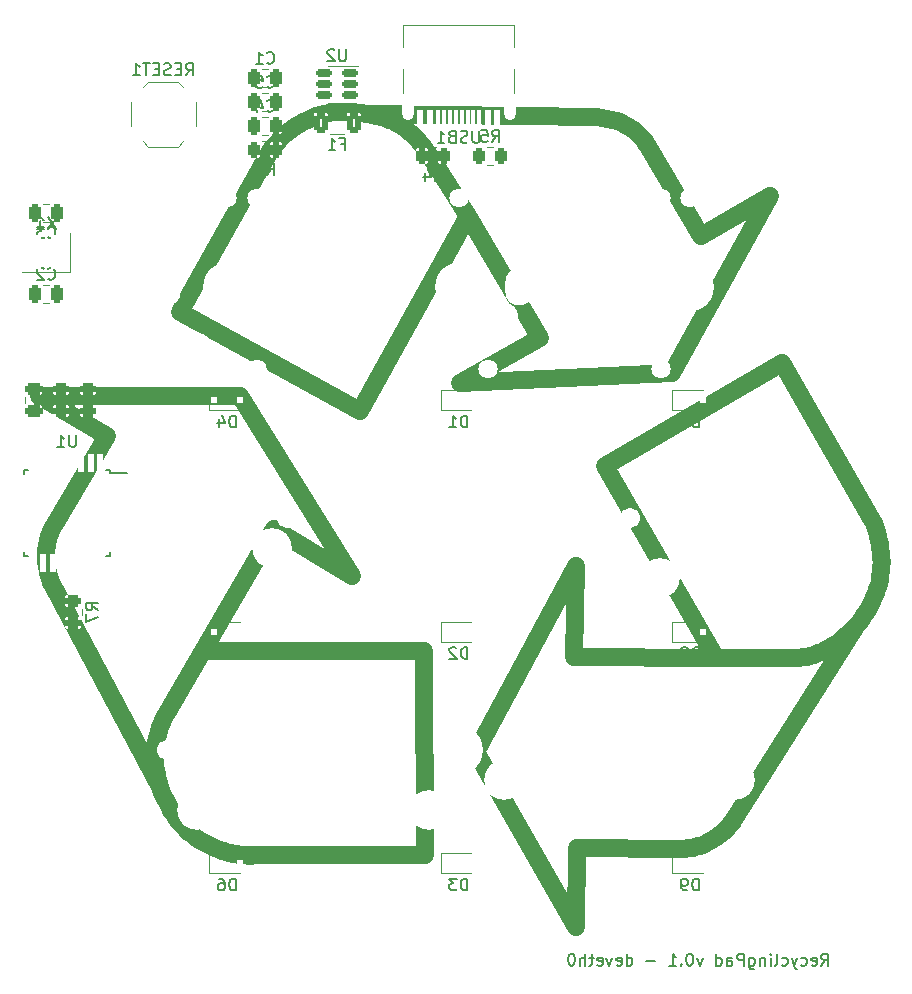
<source format=gbo>
G04 #@! TF.GenerationSoftware,KiCad,Pcbnew,(6.0.1)*
G04 #@! TF.CreationDate,2022-06-28T21:47:16+02:00*
G04 #@! TF.ProjectId,RecyclingPad_embedded,52656379-636c-4696-9e67-5061645f656d,rev?*
G04 #@! TF.SameCoordinates,Original*
G04 #@! TF.FileFunction,Legend,Bot*
G04 #@! TF.FilePolarity,Positive*
%FSLAX46Y46*%
G04 Gerber Fmt 4.6, Leading zero omitted, Abs format (unit mm)*
G04 Created by KiCad (PCBNEW (6.0.1)) date 2022-06-28 21:47:16*
%MOMM*%
%LPD*%
G01*
G04 APERTURE LIST*
G04 Aperture macros list*
%AMRoundRect*
0 Rectangle with rounded corners*
0 $1 Rounding radius*
0 $2 $3 $4 $5 $6 $7 $8 $9 X,Y pos of 4 corners*
0 Add a 4 corners polygon primitive as box body*
4,1,4,$2,$3,$4,$5,$6,$7,$8,$9,$2,$3,0*
0 Add four circle primitives for the rounded corners*
1,1,$1+$1,$2,$3*
1,1,$1+$1,$4,$5*
1,1,$1+$1,$6,$7*
1,1,$1+$1,$8,$9*
0 Add four rect primitives between the rounded corners*
20,1,$1+$1,$2,$3,$4,$5,0*
20,1,$1+$1,$4,$5,$6,$7,0*
20,1,$1+$1,$6,$7,$8,$9,0*
20,1,$1+$1,$8,$9,$2,$3,0*%
G04 Aperture macros list end*
%ADD10C,0.463020*%
%ADD11C,1.504817*%
%ADD12C,0.150000*%
%ADD13C,0.120000*%
%ADD14R,0.500000X0.500000*%
%ADD15C,4.089400*%
%ADD16O,2.327000X3.127000*%
%ADD17C,1.627000*%
%ADD18C,2.413000*%
%ADD19C,1.706881*%
%ADD20C,3.352800*%
%ADD21C,2.700000*%
%ADD22C,0.650000*%
%ADD23R,0.600000X1.450000*%
%ADD24R,0.300000X1.450000*%
%ADD25O,1.000000X1.600000*%
%ADD26O,1.000000X2.100000*%
%ADD27RoundRect,0.150000X0.512500X0.150000X-0.512500X0.150000X-0.512500X-0.150000X0.512500X-0.150000X0*%
%ADD28RoundRect,0.250000X-0.262500X-0.450000X0.262500X-0.450000X0.262500X0.450000X-0.262500X0.450000X0*%
%ADD29R,1.400000X1.200000*%
%ADD30RoundRect,0.250000X0.250000X0.475000X-0.250000X0.475000X-0.250000X-0.475000X0.250000X-0.475000X0*%
%ADD31RoundRect,0.250000X0.262500X0.450000X-0.262500X0.450000X-0.262500X-0.450000X0.262500X-0.450000X0*%
%ADD32RoundRect,0.250000X0.450000X-0.262500X0.450000X0.262500X-0.450000X0.262500X-0.450000X-0.262500X0*%
%ADD33RoundRect,0.250000X0.475000X-0.250000X0.475000X0.250000X-0.475000X0.250000X-0.475000X-0.250000X0*%
%ADD34RoundRect,0.250000X-0.375000X-0.625000X0.375000X-0.625000X0.375000X0.625000X-0.375000X0.625000X0*%
%ADD35RoundRect,0.250000X-0.450000X0.262500X-0.450000X-0.262500X0.450000X-0.262500X0.450000X0.262500X0*%
%ADD36R,1.700000X1.000000*%
%ADD37RoundRect,0.250000X-0.250000X-0.475000X0.250000X-0.475000X0.250000X0.475000X-0.250000X0.475000X0*%
%ADD38R,1.600000X0.550000*%
%ADD39R,0.550000X1.600000*%
G04 APERTURE END LIST*
D10*
X124513936Y-118313620D02*
X124607806Y-117996659D01*
X185789146Y-104106533D02*
X185759845Y-104488798D01*
X124842221Y-117373057D02*
X124982768Y-117066416D01*
X131585954Y-128512479D02*
X131412669Y-128489419D01*
X172349143Y-126586157D02*
X172260866Y-126661424D01*
D11*
X147118827Y-128548291D02*
X147118827Y-128548291D01*
D10*
X185007798Y-107048274D02*
X184822227Y-107397273D01*
X183242048Y-109570224D02*
X183334290Y-109483407D01*
D11*
X171684029Y-127094173D02*
X171484718Y-127220670D01*
X183512731Y-109310240D02*
X173233657Y-125608571D01*
X124607813Y-117996651D02*
X124717241Y-117683130D01*
X179460434Y-111705398D02*
X179132272Y-111766702D01*
D10*
X146968261Y-68470077D02*
X147167668Y-68744090D01*
X173129101Y-125758493D02*
X173072698Y-125833702D01*
X130327404Y-128248505D02*
X130138947Y-128191262D01*
X140937511Y-104888390D02*
X134339463Y-100883265D01*
X124460520Y-121816007D02*
X124430805Y-121672432D01*
X182851377Y-109917491D02*
X182952301Y-109830674D01*
X115061858Y-103069549D02*
X115070259Y-102841572D01*
X170455071Y-127708951D02*
X170242719Y-127777953D01*
D11*
X132419752Y-128554531D02*
X132257347Y-128555887D01*
X177400388Y-86876883D02*
X185017078Y-100188737D01*
X115124097Y-104008190D02*
X115124097Y-104008190D01*
D10*
X185221490Y-100665650D02*
X185311541Y-100906579D01*
X176335424Y-72754277D02*
X176335424Y-72754277D01*
X147095676Y-111208161D02*
X147095676Y-111208161D01*
X184392484Y-108082776D02*
X184392484Y-108082776D01*
D11*
X173233657Y-125608571D02*
X173183065Y-125683758D01*
X141631559Y-90881541D02*
X141631559Y-90881541D01*
X135242347Y-67568451D02*
X135552331Y-67302912D01*
X185221010Y-100666117D02*
X185311060Y-100907046D01*
X172170168Y-126737160D02*
X172076114Y-126812430D01*
D10*
X126444476Y-82524013D02*
X133899112Y-69096409D01*
D11*
X135552331Y-67302912D02*
X135868836Y-67056191D01*
X165158420Y-67447387D02*
X165318285Y-67599492D01*
X185710530Y-104867376D02*
X185642162Y-105241331D01*
X134871901Y-67924397D02*
X135054238Y-67744254D01*
D10*
X163394006Y-66387749D02*
X163618980Y-66478001D01*
X183525403Y-109286711D02*
X183521864Y-109292500D01*
X183545758Y-109257657D02*
X183541323Y-109263474D01*
X179783716Y-111628539D02*
X180102118Y-111536125D01*
X183570797Y-109228672D02*
X183565398Y-109234447D01*
D11*
X185642166Y-102133421D02*
X185642166Y-102133421D01*
D10*
X124435624Y-118634021D02*
X124513936Y-118313620D01*
D11*
X171484718Y-127220670D02*
X171283230Y-127337585D01*
X126818967Y-126263327D02*
X126557781Y-125989296D01*
D10*
X164991314Y-67302157D02*
X165158420Y-67447387D01*
D11*
X124708628Y-122760535D02*
X124668887Y-122632157D01*
D10*
X139780353Y-65583961D02*
X140174999Y-65562987D01*
D11*
X164446574Y-66907712D02*
X164635390Y-67032320D01*
D10*
X170873263Y-127542199D02*
X170665253Y-127630366D01*
D11*
X115508940Y-105438881D02*
X115587118Y-105605609D01*
X169372101Y-127958603D02*
X169148917Y-127979693D01*
D10*
X184617123Y-107742107D02*
X184392484Y-108082776D01*
X120217331Y-93058206D02*
X120217331Y-93058206D01*
D11*
X183823248Y-108929766D02*
X183705736Y-109073353D01*
D10*
X185642646Y-102132953D02*
X185711013Y-102535966D01*
D11*
X124830076Y-123109183D02*
X124767894Y-122937379D01*
X163394006Y-66387749D02*
X163618980Y-66478001D01*
X185710533Y-102536433D02*
X185759366Y-102935299D01*
X183545900Y-109258125D02*
X183541492Y-109263941D01*
X151424934Y-119820347D02*
X159967666Y-104008190D01*
X124325678Y-119285135D02*
X124372876Y-118957854D01*
D10*
X115063042Y-103300245D02*
X115061858Y-103069549D01*
D11*
X126309620Y-125700440D02*
X126074486Y-125396760D01*
D10*
X183555193Y-109246036D02*
X183550380Y-109251844D01*
X182952104Y-109830674D02*
X182851242Y-109917491D01*
X143437822Y-65994182D02*
X143771249Y-66113013D01*
D11*
X145816585Y-67279066D02*
X146067539Y-67493393D01*
D10*
X185642646Y-102132953D02*
X185642646Y-102132953D01*
X146968261Y-68470077D02*
X146758544Y-68208000D01*
D11*
X179132272Y-111766702D02*
X178799229Y-111812452D01*
X183565312Y-109234915D02*
X183560194Y-109240704D01*
D10*
X159967666Y-104008190D02*
X159782922Y-111717485D01*
D11*
X131757065Y-128530656D02*
X131585954Y-128512479D01*
D10*
X156841800Y-84723363D02*
X156841800Y-84723363D01*
D11*
X184038776Y-108644711D02*
X183934260Y-108786883D01*
D10*
X131491888Y-89608708D02*
X140937511Y-104888390D01*
X169811509Y-127887209D02*
X169592654Y-127927464D01*
X124325671Y-119285143D02*
X124372870Y-118957862D01*
D11*
X183525656Y-109287178D02*
X183522151Y-109292967D01*
X172076114Y-126812430D02*
X172076114Y-126812430D01*
X125310551Y-116463448D02*
X128366489Y-111208161D01*
X171881161Y-126958093D02*
X171684029Y-127094173D01*
X170665720Y-127630834D02*
X170455538Y-127709418D01*
X138266827Y-65855949D02*
X138635447Y-65759737D01*
D10*
X181028057Y-111165545D02*
X181326949Y-111010904D01*
D11*
X170524049Y-76134327D02*
X170524049Y-76134327D01*
D10*
X170242719Y-127777953D02*
X170028198Y-127837372D01*
X115094162Y-103769798D02*
X115073810Y-103533661D01*
X165616291Y-67924332D02*
X165754429Y-68097068D01*
X135242347Y-67568451D02*
X135242347Y-67568451D01*
X115115820Y-102393766D02*
X115152980Y-102173935D01*
D11*
X134359530Y-68490870D02*
X134524547Y-68297705D01*
X185642166Y-102133421D02*
X185710533Y-102536433D01*
D10*
X124292428Y-120628668D02*
X124277408Y-120287627D01*
X132419752Y-128554531D02*
X132257347Y-128555887D01*
X172075647Y-126811963D02*
X172075647Y-126811963D01*
X126309620Y-125700440D02*
X126074486Y-125396760D01*
X185789147Y-103329549D02*
X185798913Y-103720117D01*
D11*
X125852380Y-125078259D02*
X125643303Y-124744939D01*
D10*
X147356765Y-69030042D02*
X147535553Y-69327930D01*
X166125364Y-68656546D02*
X166125364Y-68656546D01*
D11*
X127093176Y-126522530D02*
X126818967Y-126263327D01*
X185642162Y-105241331D02*
X185554261Y-105611131D01*
D10*
X156841800Y-84723363D02*
X150776214Y-74421151D01*
X171751541Y-111809623D02*
X177770811Y-111856387D01*
X179132272Y-111766702D02*
X178799229Y-111812452D01*
X124708628Y-122761002D02*
X115587118Y-105606077D01*
X169148450Y-127979225D02*
X168923104Y-127990732D01*
X124323008Y-120973613D02*
X124369134Y-121321536D01*
X168093193Y-87663543D02*
X168093193Y-87663543D01*
D11*
X146758544Y-68208000D02*
X146968261Y-68470077D01*
D10*
X183560198Y-109240236D02*
X183555193Y-109246036D01*
X124325678Y-119285602D02*
X124294035Y-119616323D01*
D11*
X185798432Y-103720584D02*
X185788665Y-104107000D01*
X130879791Y-128390937D02*
X130697828Y-128348343D01*
X115256063Y-101741945D02*
X115199726Y-101956351D01*
D10*
X115124097Y-104008657D02*
X115094162Y-103769798D01*
X146308183Y-67719658D02*
X146067539Y-67493393D01*
D11*
X156841800Y-84723363D02*
X156841800Y-84723363D01*
X124593705Y-122368802D02*
X124558262Y-122233847D01*
X170873730Y-127542667D02*
X170665720Y-127630834D01*
D10*
X177400869Y-86876416D02*
X185017559Y-100188269D01*
X124277941Y-119950026D02*
X124294029Y-119615864D01*
D11*
X169148917Y-127979693D02*
X168923571Y-127991200D01*
D10*
X146067539Y-67493393D02*
X146308183Y-67719658D01*
X128659534Y-127596064D02*
X128320225Y-127411028D01*
D11*
X171751541Y-111810091D02*
X171751541Y-111810091D01*
D10*
X115472030Y-105352267D02*
X115436573Y-105262976D01*
X142326568Y-65808971D02*
X142326568Y-65808971D01*
X161750284Y-66017327D02*
X163394006Y-66387749D01*
X173013389Y-125908919D02*
X172951178Y-125984145D01*
D11*
X182748281Y-110004308D02*
X182473763Y-110236748D01*
D10*
X132579977Y-128548291D02*
X132579977Y-128548291D01*
X164446574Y-66907712D02*
X164635390Y-67032320D01*
X183576396Y-109222914D02*
X183570797Y-109228672D01*
D11*
X130327404Y-128248505D02*
X130138947Y-128191262D01*
X164047240Y-66679114D02*
X164250523Y-66789977D01*
X128366489Y-111208161D02*
X134339456Y-100882798D01*
D10*
X150127988Y-88543283D02*
X150127988Y-88543283D01*
X130513698Y-128300866D02*
X130327404Y-128248505D01*
D11*
X120217331Y-93057746D02*
X115795480Y-100512382D01*
X131926002Y-128543950D02*
X131757065Y-128530656D01*
X173129565Y-125758956D02*
X173073160Y-125834164D01*
X170028665Y-127837840D02*
X169811976Y-127887676D01*
D10*
X142326555Y-65808971D02*
X161750284Y-66017327D01*
X147167668Y-68744090D02*
X147356765Y-69030042D01*
X144709676Y-66541127D02*
X144407176Y-66386485D01*
X184228828Y-108362056D02*
X184137284Y-108502789D01*
X180102118Y-111536125D02*
X179783716Y-111628539D01*
D11*
X173013851Y-125909381D02*
X172951639Y-125984606D01*
X183541492Y-109263941D02*
X183537263Y-109269757D01*
X140576149Y-65560822D02*
X140983801Y-65577464D01*
X140937498Y-104887923D02*
X131491881Y-89608241D01*
D10*
X185393649Y-101148978D02*
X185467813Y-101392831D01*
D11*
X115795480Y-100512382D02*
X115681598Y-100710545D01*
D10*
X124372870Y-118957862D02*
X124435624Y-118634021D01*
X183147636Y-109657041D02*
X183242048Y-109570224D01*
X168695596Y-127992657D02*
X168695596Y-127992657D01*
X132579977Y-128548291D02*
X132419752Y-128554531D01*
X146538518Y-67957860D02*
X146758544Y-68208000D01*
X170524049Y-76134327D02*
X170524049Y-76134327D01*
X143437822Y-65994182D02*
X142326568Y-65808971D01*
X151424934Y-119820347D02*
X159967666Y-104008190D01*
X185759845Y-104488798D02*
X185711011Y-104866909D01*
D11*
X169593121Y-127927931D02*
X169372101Y-127958603D01*
X115577309Y-100911413D02*
X115482611Y-101114985D01*
X124524251Y-122096722D02*
X124491673Y-121957437D01*
D10*
X172818052Y-126134617D02*
X172747139Y-126209863D01*
D11*
X159782922Y-111717485D02*
X159782922Y-111717485D01*
X176335424Y-72754277D02*
X176335424Y-72754277D01*
D10*
X134046812Y-68890222D02*
X134200285Y-68688376D01*
X128366489Y-111208161D02*
X147095676Y-111208161D01*
D11*
X173233657Y-125608571D02*
X173233657Y-125608571D01*
X125310551Y-116463448D02*
X125310551Y-116463448D01*
X168093193Y-87663543D02*
X168093193Y-87663543D01*
D10*
X144094367Y-66243780D02*
X144407176Y-66386485D01*
X150127988Y-88543283D02*
X156841800Y-84723363D01*
X185017559Y-100188269D02*
X185123496Y-100426208D01*
X128366489Y-111208161D02*
X125310551Y-116463909D01*
D11*
X185017078Y-100188737D02*
X185017078Y-100188737D01*
X182748281Y-110004308D02*
X182748281Y-110004308D01*
X166125364Y-68656546D02*
X166125364Y-68656546D01*
X147118827Y-128548291D02*
X132579977Y-128548291D01*
X115436573Y-105262706D02*
X115508940Y-105438881D01*
D10*
X183334224Y-109483407D02*
X183241925Y-109570224D01*
D11*
X125447256Y-124396801D02*
X125264242Y-124033848D01*
X115152977Y-102173468D02*
X115115817Y-102393299D01*
D10*
X182952301Y-109830674D02*
X183051054Y-109743857D01*
X126444476Y-82524013D02*
X126444476Y-82524013D01*
D11*
X125184611Y-123892402D02*
X125107887Y-123745882D01*
X128366489Y-111208161D02*
X128366489Y-111208161D01*
D10*
X124430812Y-121672900D02*
X124460527Y-121816448D01*
X172673330Y-126285114D02*
X172596624Y-126360369D01*
X135242347Y-67568451D02*
X135552331Y-67302912D01*
X183706217Y-109072886D02*
X183582199Y-109217174D01*
X124277415Y-120288088D02*
X124292435Y-120629130D01*
X140174999Y-65562987D02*
X140576149Y-65560822D01*
D11*
X115397505Y-101321263D02*
X115321989Y-101530250D01*
X124895166Y-123275941D02*
X124830076Y-123109183D01*
X170243186Y-127778420D02*
X170028665Y-127837840D01*
D10*
X181326949Y-111010904D02*
X181620965Y-110840705D01*
X130879791Y-128390937D02*
X130697828Y-128348343D01*
D11*
X124558262Y-122233847D02*
X124524251Y-122096722D01*
D10*
X139010575Y-65682335D02*
X139392211Y-65623743D01*
X125138876Y-116763215D02*
X125310545Y-116463455D01*
D11*
X146308183Y-67719658D02*
X146538518Y-67957860D01*
X114429568Y-89608241D02*
X114429568Y-89608241D01*
X138635447Y-65759737D02*
X139010575Y-65682335D01*
D10*
X124708622Y-122760535D02*
X124708622Y-122760535D01*
D11*
X134524547Y-68297705D02*
X134695338Y-68108881D01*
D10*
X124593705Y-122369061D02*
X124630580Y-122501844D01*
X171880694Y-126957625D02*
X171683561Y-127093705D01*
X134871901Y-67924397D02*
X135054238Y-67744254D01*
X183512264Y-109309773D02*
X183512264Y-109309773D01*
D11*
X132579977Y-128548291D02*
X132419752Y-128554531D01*
D10*
X138635447Y-65759737D02*
X139010575Y-65682335D01*
X140983801Y-65577464D02*
X142326555Y-65808971D01*
D11*
X124294035Y-119615856D02*
X124325678Y-119285135D01*
X147535553Y-69327930D02*
X150776695Y-74421164D01*
X115587118Y-105605609D02*
X124708628Y-122760535D01*
X147095676Y-111208161D02*
X147118827Y-128548291D01*
D10*
X125852380Y-125078259D02*
X125643303Y-124744939D01*
X164635390Y-67032320D02*
X164816971Y-67163802D01*
D11*
X115115817Y-102393299D02*
X115088243Y-102615844D01*
D10*
X178118499Y-111857294D02*
X177770811Y-111856387D01*
D11*
X124630580Y-122501576D02*
X124593705Y-122368802D01*
D10*
X115161711Y-104241151D02*
X115124097Y-104008657D01*
D11*
X124277415Y-120287620D02*
X124277948Y-119950018D01*
D10*
X162398990Y-95534905D02*
X177400869Y-86876416D01*
X183565398Y-109234447D02*
X183560198Y-109240236D01*
D11*
X159967666Y-104008190D02*
X159782922Y-111717485D01*
D10*
X172951178Y-125984145D02*
X172886065Y-126059378D01*
X177770811Y-111856387D02*
X177770811Y-111856387D01*
X185123496Y-100426208D02*
X185221490Y-100665650D01*
X124767894Y-122937379D02*
X124708622Y-122760535D01*
D11*
X172886526Y-126059839D02*
X172818513Y-126135079D01*
X162398510Y-95535372D02*
X162398510Y-95535372D01*
X184821747Y-107397736D02*
X184616642Y-107742569D01*
X150776214Y-74421151D02*
X150776214Y-74421151D01*
D10*
X131757065Y-128530656D02*
X131585954Y-128512479D01*
D11*
X115587118Y-105605609D02*
X115587118Y-105605609D01*
X127680661Y-126996446D02*
X127380408Y-126766904D01*
X141631559Y-90881541D02*
X126444476Y-82524013D01*
X115795480Y-100512382D02*
X115795480Y-100512382D01*
X131412669Y-128489419D02*
X131237213Y-128461475D01*
X177770811Y-111856387D02*
X177770811Y-111856387D01*
X163394006Y-66387749D02*
X163394006Y-66387749D01*
X140983801Y-65577464D02*
X140983801Y-65577464D01*
D10*
X183512264Y-109309773D02*
X183512264Y-109309773D01*
D11*
X134695338Y-68108881D02*
X134871901Y-67924397D01*
D10*
X144094367Y-66243780D02*
X143771249Y-66113013D01*
X182473763Y-110236748D02*
X182748281Y-110004308D01*
D11*
X115061855Y-103069082D02*
X115063040Y-103299778D01*
D10*
X131237213Y-128461475D02*
X131059587Y-128428647D01*
D11*
X137549117Y-66104809D02*
X137904716Y-65970973D01*
D10*
X166125364Y-68656546D02*
X170524049Y-76134327D01*
D11*
X131491881Y-89608241D02*
X114429568Y-89608241D01*
X131237213Y-128461475D02*
X131059587Y-128428647D01*
X177770811Y-111856387D02*
X171751541Y-111809623D01*
D10*
X185467813Y-101392831D02*
X185534034Y-101638123D01*
X147535553Y-69327930D02*
X147535553Y-69327930D01*
X135054238Y-67744254D02*
X135242347Y-67568451D01*
D11*
X135868836Y-67056191D02*
X136191859Y-66828285D01*
D10*
X182748281Y-110004308D02*
X182851377Y-109917491D01*
D11*
X115063040Y-103299778D02*
X115073808Y-103533194D01*
X145001867Y-66707706D02*
X145283749Y-66886222D01*
D10*
X184313892Y-108222050D02*
X184228828Y-108362056D01*
D11*
X115088243Y-102615844D02*
X115070256Y-102841104D01*
D10*
X124294035Y-119616323D02*
X124277948Y-119950485D01*
X165885321Y-68276682D02*
X166008966Y-68463174D01*
X124668881Y-122632157D02*
X124630573Y-122501578D01*
D11*
X125107887Y-123745882D02*
X125034072Y-123594296D01*
D10*
X139392211Y-65623743D02*
X139780353Y-65583961D01*
X147118827Y-128548291D02*
X132579977Y-128548291D01*
X164816971Y-67163802D02*
X164991314Y-67302157D01*
X180415643Y-111428155D02*
X180102118Y-111536125D01*
X141631559Y-90881541D02*
X141631559Y-90881541D01*
X115370011Y-105077363D02*
X115338905Y-104981040D01*
X124513943Y-118314077D02*
X124435631Y-118634479D01*
D11*
X128366489Y-111208161D02*
X147095676Y-111208161D01*
X129755546Y-128062125D02*
X129377195Y-127921614D01*
D10*
X181910106Y-110654946D02*
X181620965Y-110840705D01*
D11*
X120217331Y-93057746D02*
X120217331Y-93057746D01*
D10*
X177400869Y-86876416D02*
X177400869Y-86876416D01*
X124630573Y-122501578D02*
X124593698Y-122368806D01*
D11*
X185017078Y-100188737D02*
X185123015Y-100426675D01*
X185173354Y-106695577D02*
X185007317Y-107048738D01*
X124435631Y-118634012D02*
X124513943Y-118313611D01*
D10*
X124717234Y-117683138D02*
X124842221Y-117373057D01*
X172169701Y-126736693D02*
X172075647Y-126811963D01*
X150776695Y-74421164D02*
X147535553Y-69327930D01*
X140937511Y-104888390D02*
X140937511Y-104888390D01*
X144407176Y-66386485D02*
X144094367Y-66243780D01*
X145555321Y-67076675D02*
X145283749Y-66886222D01*
D11*
X172517488Y-126436093D02*
X172434994Y-126511357D01*
X124292435Y-120628663D02*
X124277415Y-120287620D01*
X183581718Y-109217641D02*
X183581718Y-109217641D01*
X162398510Y-95535372D02*
X177400388Y-86876883D01*
D10*
X142326568Y-65808971D02*
X143437822Y-65994182D01*
X178461305Y-111842649D02*
X178799229Y-111812452D01*
X128366489Y-111208161D02*
X128366489Y-111208161D01*
D11*
X135242347Y-67568451D02*
X135242347Y-67568451D01*
D10*
X173233190Y-125608103D02*
X173182599Y-125683293D01*
X169371634Y-127958136D02*
X169148450Y-127979225D01*
X172075647Y-126811963D02*
X171880694Y-126957625D01*
X179783716Y-111628539D02*
X179460434Y-111705398D01*
D11*
X178799229Y-111812452D02*
X178461305Y-111842649D01*
D10*
X129755546Y-128062125D02*
X129377195Y-127921614D01*
D11*
X124767894Y-122937379D02*
X124708622Y-122760535D01*
X185123015Y-100426675D02*
X185221010Y-100666117D01*
X115161711Y-104240702D02*
X115205105Y-104463866D01*
D10*
X145816585Y-67279066D02*
X145555321Y-67076675D01*
X131059587Y-128428647D02*
X130879791Y-128390937D01*
X134359530Y-68490870D02*
X134524547Y-68297705D01*
X172517023Y-126435629D02*
X172434529Y-126510891D01*
D11*
X145555321Y-67076675D02*
X145816585Y-67279066D01*
D10*
X126074486Y-125396760D02*
X125852380Y-125078259D01*
X115199728Y-101956818D02*
X115256064Y-101742412D01*
X115254282Y-104678009D02*
X115228970Y-104572310D01*
X114429568Y-89608708D02*
X131491888Y-89608708D01*
X124708622Y-122760535D02*
X124668881Y-122632157D01*
X180415643Y-111428155D02*
X180724289Y-111304629D01*
D11*
X136191859Y-66828285D02*
X136521401Y-66619195D01*
D10*
X129948327Y-128129135D02*
X129755546Y-128062125D01*
D11*
X140937498Y-104887923D02*
X140937498Y-104887923D01*
D10*
X124369134Y-121321536D02*
X124430812Y-121672900D01*
X141631559Y-90881541D02*
X126444476Y-82524013D01*
X178461305Y-111842649D02*
X178118499Y-111857294D01*
X185798913Y-103720117D02*
X185789146Y-104106533D01*
D11*
X172747602Y-126210325D02*
X172673793Y-126285577D01*
D10*
X137549117Y-66104809D02*
X137904716Y-65970973D01*
X140983801Y-65577464D02*
X140983801Y-65577464D01*
D11*
X128320225Y-127411028D02*
X127993934Y-127211155D01*
X176335424Y-72754277D02*
X168093193Y-87663543D01*
D10*
X163394006Y-66387749D02*
X163394006Y-66387749D01*
D11*
X173073160Y-125834164D02*
X173013851Y-125909381D01*
D10*
X115577309Y-100911880D02*
X115681598Y-100711013D01*
X124430812Y-121672900D02*
X124430812Y-121672900D01*
D11*
X183512264Y-109309773D02*
X183424342Y-109396590D01*
X124491673Y-121957437D02*
X124460527Y-121816004D01*
D10*
X147535553Y-69327930D02*
X147535553Y-69327930D01*
X147095676Y-111208161D02*
X147118827Y-128548291D01*
D11*
X182194372Y-110453627D02*
X181910106Y-110654946D01*
X161750284Y-66017327D02*
X161750284Y-66017327D01*
X183705736Y-109073353D02*
X183581718Y-109217641D01*
D10*
X146538518Y-67957860D02*
X146308183Y-67719658D01*
D11*
X172349609Y-126586623D02*
X172261333Y-126661891D01*
D10*
X147535553Y-69327930D02*
X147356765Y-69030042D01*
X135868836Y-67056191D02*
X136191859Y-66828285D01*
X171751541Y-111809623D02*
X171751541Y-111809623D01*
X172747139Y-126209863D02*
X172673330Y-126285114D01*
D11*
X147167668Y-68744090D02*
X147356765Y-69030042D01*
X144407176Y-66386485D02*
X144709676Y-66541127D01*
D10*
X142326568Y-65808971D02*
X142326568Y-65808971D01*
D11*
X147535553Y-69327930D02*
X147535553Y-69327930D01*
X130697828Y-128348343D02*
X130513698Y-128300866D01*
X127993934Y-127211155D02*
X127680661Y-126996446D01*
X129755546Y-128062125D02*
X129755546Y-128062125D01*
X181910106Y-110654946D02*
X181620965Y-110840705D01*
D10*
X143437822Y-65994182D02*
X143437822Y-65994182D01*
D11*
X185533553Y-101638590D02*
X185591831Y-101885303D01*
D10*
X165158420Y-67447387D02*
X165318285Y-67599492D01*
X183512264Y-109309773D02*
X183512264Y-109309773D01*
X130138947Y-128191262D02*
X129948327Y-128129135D01*
X179460434Y-111705398D02*
X179783716Y-111628539D01*
X165754429Y-68097068D02*
X165885321Y-68276682D01*
X133899112Y-69096409D02*
X134046812Y-68890222D01*
D11*
X185759366Y-102935299D02*
X185788666Y-103330016D01*
X143437822Y-65994182D02*
X143437822Y-65994182D01*
X179783716Y-111628539D02*
X179460434Y-111705398D01*
D10*
X146308183Y-67719658D02*
X146538518Y-67957860D01*
D11*
X166008966Y-68463174D02*
X166125364Y-68656546D01*
D10*
X177770811Y-111856387D02*
X178118499Y-111857294D01*
X131412669Y-128489419D02*
X131237213Y-128461475D01*
X131926002Y-128543950D02*
X131757065Y-128530656D01*
X165470909Y-67758474D02*
X165616291Y-67924332D01*
X115321990Y-101530717D02*
X115397506Y-101321731D01*
D11*
X126557781Y-125989296D02*
X126309620Y-125700440D01*
D10*
X125643303Y-124744939D02*
X125447256Y-124396801D01*
D11*
X134339456Y-100882798D02*
X134339456Y-100882798D01*
X128659534Y-127596064D02*
X128320225Y-127411028D01*
D10*
X115073810Y-103533661D02*
X115063042Y-103300245D01*
X137200031Y-66257457D02*
X137549117Y-66104809D01*
X183521864Y-109292500D02*
X183518497Y-109298275D01*
D11*
X114429568Y-89608241D02*
X120217331Y-93057746D01*
X180415643Y-111428155D02*
X180102118Y-111536125D01*
D10*
X115256064Y-101742412D02*
X115321990Y-101530717D01*
X185017559Y-100188269D02*
X185017559Y-100188269D01*
X125310545Y-116463455D02*
X128366489Y-111208161D01*
X182194372Y-110453627D02*
X182473763Y-110236748D01*
X164250523Y-66789977D02*
X164446574Y-66907712D01*
X185711013Y-102535966D02*
X185759847Y-102934831D01*
X124558262Y-122234134D02*
X124593705Y-122369061D01*
X159782922Y-111717485D02*
X171752021Y-111809623D01*
D11*
X150127988Y-88543283D02*
X150127988Y-88543283D01*
X185788666Y-103330016D02*
X185798432Y-103720584D01*
X172673793Y-126285577D02*
X172597087Y-126360833D01*
D10*
X146758544Y-68208000D02*
X146968261Y-68470077D01*
X182194372Y-110453627D02*
X181910106Y-110654946D01*
D11*
X178118499Y-111857294D02*
X177770811Y-111856387D01*
X144709676Y-66541127D02*
X145001867Y-66707706D01*
X124668887Y-122632157D02*
X124630580Y-122501576D01*
X171079567Y-127444917D02*
X170873730Y-127542667D01*
D10*
X134339463Y-100883265D02*
X128366489Y-111208161D01*
D11*
X169811976Y-127887676D02*
X169593121Y-127927931D01*
X147356765Y-69030042D02*
X147535553Y-69327930D01*
X129011857Y-127766260D02*
X128659534Y-127596064D01*
X161750284Y-66017327D02*
X163394006Y-66387749D01*
D10*
X115795480Y-100512849D02*
X115795480Y-100512849D01*
X128366489Y-111208161D02*
X128366489Y-111208161D01*
D11*
X144094367Y-66243780D02*
X144407176Y-66386485D01*
D10*
X183550380Y-109251844D02*
X183545758Y-109257657D01*
X145001867Y-66707706D02*
X145283749Y-66886222D01*
D11*
X124708628Y-122760535D02*
X124708628Y-122760535D01*
X136857458Y-66428919D02*
X137200031Y-66257457D01*
D10*
X132257347Y-128555887D02*
X132092763Y-128552360D01*
D11*
X142326555Y-65808971D02*
X161750284Y-66017327D01*
X172951639Y-125984606D02*
X172886526Y-126059839D01*
D10*
X136191859Y-66828285D02*
X136521401Y-66619195D01*
D11*
X185759365Y-104489265D02*
X185710530Y-104867376D01*
X183581718Y-109217641D02*
X183576075Y-109223381D01*
X168093193Y-87663543D02*
X150127988Y-88543283D01*
D10*
X150776695Y-74421164D02*
X150776695Y-74421164D01*
X185554742Y-105610665D02*
X185447306Y-105976307D01*
X180724289Y-111304629D02*
X180415643Y-111428155D01*
X115281042Y-104781363D02*
X115254282Y-104678009D01*
X145555321Y-67076675D02*
X145816585Y-67279066D01*
D11*
X181620965Y-110840705D02*
X181326949Y-111010904D01*
D10*
X181910106Y-110654946D02*
X182194372Y-110453627D01*
X125138883Y-116763670D02*
X124982775Y-117066872D01*
D11*
X172434994Y-126511357D02*
X172349609Y-126586623D01*
D10*
X150776214Y-74421151D02*
X150776214Y-74421151D01*
D11*
X168696064Y-127993125D02*
X168696064Y-127993125D01*
X165318285Y-67599492D02*
X165470909Y-67758474D01*
X183241925Y-109570224D02*
X183147461Y-109657041D01*
X124842228Y-117373049D02*
X124982775Y-117066409D01*
X171751541Y-111810091D02*
X171751541Y-111810091D01*
D10*
X124524245Y-122096728D02*
X124491666Y-121957443D01*
D11*
X139780353Y-65583961D02*
X140174999Y-65562987D01*
X185311060Y-100907046D02*
X185393168Y-101149445D01*
D10*
X124593698Y-122368806D02*
X124558255Y-122233852D01*
D11*
X185554261Y-105611131D02*
X185446826Y-105976772D01*
D10*
X159967666Y-104008190D02*
X159967666Y-104008190D01*
X181620965Y-110840705D02*
X181910106Y-110654946D01*
X185642643Y-105240865D02*
X185554742Y-105610665D01*
D11*
X170455538Y-127709418D02*
X170243186Y-127778420D01*
D10*
X183537073Y-109269290D02*
X183533005Y-109275103D01*
D11*
X124963165Y-123437646D02*
X124895166Y-123275941D01*
X165616291Y-67924332D02*
X165754429Y-68097068D01*
X165470909Y-67758474D02*
X165616291Y-67924332D01*
X135242347Y-67568451D02*
X135242347Y-67568451D01*
X124430812Y-121672432D02*
X124430812Y-121672432D01*
X164816971Y-67163802D02*
X164991314Y-67302157D01*
X124372876Y-118957854D02*
X124435631Y-118634012D01*
D10*
X179132272Y-111766702D02*
X179460434Y-111705398D01*
D11*
X130138947Y-128191262D02*
X129948327Y-128129135D01*
X166125364Y-68656546D02*
X170524049Y-76134327D01*
D10*
X115228970Y-104572310D02*
X115205105Y-104464268D01*
D11*
X131585954Y-128512479D02*
X131412669Y-128489419D01*
D10*
X138266827Y-65855949D02*
X138635447Y-65759737D01*
X115088246Y-102616311D02*
X115115820Y-102393766D01*
X146758544Y-68208000D02*
X146538518Y-67957860D01*
X129011857Y-127766260D02*
X128659534Y-127596064D01*
D11*
X163836725Y-66575122D02*
X164047240Y-66679114D01*
D10*
X159921350Y-134590712D02*
X159921350Y-134590712D01*
D11*
X173183065Y-125683758D02*
X173129565Y-125758956D01*
X164250523Y-66789977D02*
X164446574Y-66907712D01*
D10*
X124982775Y-117066872D02*
X124842228Y-117373513D01*
X145283749Y-66886222D02*
X145555321Y-67076675D01*
X115309249Y-104882374D02*
X115281042Y-104781363D01*
X171079100Y-127444450D02*
X170873263Y-127542199D01*
D11*
X125138883Y-116763209D02*
X125310551Y-116463448D01*
X159921817Y-134591179D02*
X151424934Y-119820347D01*
D10*
X124277408Y-120287627D02*
X124277941Y-119950026D01*
X183512264Y-109309773D02*
X173233190Y-125608103D01*
X161750284Y-66017327D02*
X161750284Y-66017327D01*
X183823729Y-108929298D02*
X183706217Y-109072886D01*
X159782922Y-111717485D02*
X159782922Y-111717485D01*
D11*
X160037574Y-127877368D02*
X159921817Y-134591179D01*
D10*
X185759847Y-102934831D02*
X185789147Y-103329549D01*
X183582199Y-109217174D02*
X183582199Y-109217174D01*
X124292435Y-120629130D02*
X124323008Y-120973613D01*
D11*
X165754429Y-68097068D02*
X165885321Y-68276682D01*
X124323008Y-120973146D02*
X124292435Y-120628663D01*
D10*
X177770811Y-111856387D02*
X171751541Y-111809623D01*
X124982768Y-117066416D02*
X125138876Y-116763215D01*
D11*
X182473763Y-110236748D02*
X182194372Y-110453627D01*
D10*
X114429568Y-89608708D02*
X114429568Y-89608708D01*
X145283749Y-66886222D02*
X145001867Y-66707706D01*
D11*
X171751541Y-111810091D02*
X162398510Y-95535372D01*
D10*
X124372876Y-118958320D02*
X124325678Y-119285602D01*
D11*
X177400388Y-86876883D02*
X177400388Y-86876883D01*
D10*
X183424342Y-109396590D02*
X183334224Y-109483407D01*
X124717241Y-117683595D02*
X124607813Y-117997116D01*
D11*
X181326949Y-111010904D02*
X181028057Y-111165545D01*
D10*
X183515297Y-109304034D02*
X183512264Y-109309773D01*
D11*
X125264242Y-124033848D02*
X125184611Y-123892402D01*
D10*
X144709676Y-66541127D02*
X145001867Y-66707706D01*
X185173834Y-106695113D02*
X185007798Y-107048274D01*
D11*
X159921817Y-134591179D02*
X159921817Y-134591179D01*
D10*
X145001867Y-66707706D02*
X144709676Y-66541127D01*
X134200285Y-68688376D02*
X134359530Y-68490870D01*
D11*
X185788665Y-104107000D02*
X185759365Y-104489265D01*
D10*
X183533005Y-109275103D02*
X183529116Y-109280911D01*
X127993934Y-127211155D02*
X127680661Y-126996446D01*
D11*
X184392004Y-108083236D02*
X184313412Y-108222512D01*
D10*
X151424934Y-119820347D02*
X151424934Y-119820347D01*
D11*
X134339456Y-100882798D02*
X140937498Y-104887923D01*
D10*
X143771249Y-66113013D02*
X143437822Y-65994182D01*
D11*
X125264242Y-124033848D02*
X125264242Y-124033848D01*
X147095676Y-111208161D02*
X147095676Y-111208161D01*
D10*
X162398990Y-95534905D02*
X162398990Y-95534905D01*
X125034072Y-123594296D02*
X124963165Y-123437646D01*
X129377195Y-127921614D02*
X129011857Y-127766260D01*
D11*
X183576075Y-109223381D02*
X183570606Y-109229140D01*
X133899112Y-69096409D02*
X133899112Y-69096409D01*
D10*
X124491673Y-121957833D02*
X124524251Y-122097060D01*
X130697828Y-128348343D02*
X130513698Y-128300866D01*
X182748281Y-110004308D02*
X182748281Y-110004308D01*
X182473763Y-110236748D02*
X182194372Y-110453627D01*
X147118827Y-128548291D02*
X147118827Y-128548291D01*
X115436573Y-105262976D02*
X115402567Y-105171341D01*
D11*
X129948327Y-128129135D02*
X129755546Y-128062125D01*
D10*
X163836725Y-66575122D02*
X164047240Y-66679114D01*
D11*
X183555252Y-109246503D02*
X183550487Y-109252311D01*
D10*
X183518497Y-109298275D02*
X183515297Y-109304034D01*
X124630580Y-122501844D02*
X124668887Y-122632490D01*
X185311541Y-100906579D02*
X185393649Y-101148978D01*
X126818967Y-126263327D02*
X126557781Y-125989296D01*
X182748281Y-110004308D02*
X182748281Y-110004308D01*
X160037107Y-127876900D02*
X160037107Y-127876900D01*
D11*
X183560194Y-109240704D02*
X183555252Y-109246503D01*
D10*
X125310551Y-116463909D02*
X125138883Y-116763670D01*
X183051054Y-109743857D02*
X183147636Y-109657041D01*
X178118499Y-111857294D02*
X178461305Y-111842649D01*
X137904716Y-65970973D02*
X138266827Y-65855949D01*
X124277948Y-119950485D02*
X124277415Y-120288088D01*
D11*
X150127988Y-88543283D02*
X156841800Y-84723363D01*
X183424342Y-109396590D02*
X183334224Y-109483407D01*
X132257347Y-128555887D02*
X132092763Y-128552360D01*
D10*
X115508940Y-105439214D02*
X115472030Y-105352267D01*
D11*
X146538518Y-67957860D02*
X146758544Y-68208000D01*
D10*
X125264242Y-124033848D02*
X125184611Y-123892402D01*
X115587118Y-105606077D02*
X115547302Y-105523817D01*
D11*
X184392004Y-108083236D02*
X184392004Y-108083236D01*
X115124097Y-104008190D02*
X115161711Y-104240702D01*
X159782922Y-111717485D02*
X171751541Y-111810091D01*
X183529344Y-109281378D02*
X183525656Y-109287178D01*
D10*
X166008966Y-68463174D02*
X166125364Y-68656546D01*
D11*
X115070256Y-102841104D02*
X115061855Y-103069082D01*
X164991314Y-67302157D02*
X165158420Y-67447387D01*
D10*
X184137284Y-108502789D02*
X184039257Y-108644245D01*
X185447306Y-105976307D02*
X185320337Y-106337790D01*
D11*
X137904716Y-65970973D02*
X138266827Y-65855949D01*
D10*
X124607806Y-117996659D02*
X124717234Y-117683138D01*
D11*
X183050848Y-109743857D02*
X182952104Y-109830674D01*
D10*
X183424362Y-109396590D02*
X183512264Y-109309773D01*
D11*
X180102118Y-111536125D02*
X179783716Y-111628539D01*
D10*
X124491666Y-121957443D02*
X124460520Y-121816007D01*
D11*
X172261333Y-126661891D02*
X172170168Y-126737160D01*
D10*
X183241925Y-109570224D02*
X183147461Y-109657041D01*
D11*
X115254282Y-104677665D02*
X115309249Y-104882082D01*
D10*
X171683561Y-127093705D02*
X171484251Y-127220203D01*
X171282763Y-127337118D02*
X171079100Y-127444450D01*
X115587118Y-105606077D02*
X115587118Y-105606077D01*
X124435631Y-118634479D02*
X124372876Y-118958320D01*
D11*
X132579977Y-128548291D02*
X132579977Y-128548291D01*
X115094161Y-103769331D02*
X115124097Y-104008190D01*
D10*
X126557781Y-125989296D02*
X126309620Y-125700440D01*
D11*
X115321989Y-101530250D02*
X115256063Y-101741945D01*
X183147461Y-109657041D02*
X183050848Y-109743857D01*
X183518827Y-109298742D02*
X183515687Y-109304501D01*
D10*
X160037107Y-127876900D02*
X159921350Y-134590712D01*
X125310545Y-116463455D02*
X125310545Y-116463455D01*
D11*
X139392211Y-65623743D02*
X139780353Y-65583961D01*
D10*
X168695596Y-127992657D02*
X160037107Y-127876900D01*
X181326949Y-111010904D02*
X181028057Y-111165545D01*
D11*
X145283749Y-66886222D02*
X145555321Y-67076675D01*
X184616642Y-107742569D02*
X184392004Y-108083236D01*
X183512731Y-109310240D02*
X183512731Y-109310240D01*
X163618980Y-66478001D02*
X163836725Y-66575122D01*
D10*
X183050848Y-109743857D02*
X182952104Y-109830674D01*
X115402567Y-105171341D02*
X115370011Y-105077363D01*
X147535553Y-69327930D02*
X150776695Y-74421164D01*
D11*
X135054238Y-67744254D02*
X135242347Y-67568451D01*
X171283230Y-127337585D02*
X171079567Y-127444917D01*
D10*
X171752021Y-111809623D02*
X171752021Y-111809623D01*
X172434529Y-126510891D02*
X172349143Y-126586157D01*
D11*
X168923571Y-127991200D02*
X168696064Y-127993125D01*
X181028057Y-111165545D02*
X180724289Y-111304629D01*
X183570606Y-109229140D02*
X183565312Y-109234915D01*
D10*
X168093193Y-87663543D02*
X150127988Y-88543283D01*
X132092763Y-128552360D02*
X131926002Y-128543950D01*
D11*
X126444476Y-82524013D02*
X133899112Y-69096409D01*
X124460527Y-121816004D02*
X124430812Y-121672432D01*
X146067539Y-67493393D02*
X146308183Y-67719658D01*
D10*
X170524049Y-76134327D02*
X176335424Y-72754277D01*
D11*
X183334224Y-109483407D02*
X183241925Y-109570224D01*
X185446826Y-105976772D02*
X185319857Y-106338255D01*
X130513698Y-128300866D02*
X130327404Y-128248505D01*
D10*
X183147461Y-109657041D02*
X183050848Y-109743857D01*
X182851242Y-109917491D02*
X182748281Y-110004308D01*
D11*
X156841800Y-84723363D02*
X150776214Y-74421151D01*
D10*
X185592312Y-101884835D02*
X185642646Y-102132953D01*
D11*
X134200285Y-68688376D02*
X134359530Y-68490870D01*
D10*
X136521401Y-66619195D02*
X136857458Y-66428919D01*
X115681598Y-100711013D02*
X115795480Y-100512849D01*
D11*
X184313412Y-108222512D02*
X184228347Y-108362520D01*
D10*
X183582199Y-109217174D02*
X183576396Y-109222914D01*
X184039257Y-108644245D02*
X183934740Y-108786416D01*
X115338905Y-104981040D02*
X115309249Y-104882374D01*
X159921350Y-134590712D02*
X151424934Y-119820347D01*
X124842228Y-117373513D02*
X124717241Y-117683595D01*
D11*
X164635390Y-67032320D02*
X164816971Y-67163802D01*
X133899112Y-69096409D02*
X134046812Y-68890222D01*
X150776214Y-74421151D02*
X141631559Y-90881541D01*
D10*
X124895166Y-123275941D02*
X124830076Y-123109183D01*
D11*
X183537263Y-109269757D02*
X183533213Y-109275571D01*
D10*
X170665253Y-127630366D02*
X170455071Y-127708951D01*
D11*
X142326555Y-65808971D02*
X142326555Y-65808971D01*
X183533213Y-109275571D02*
X183529344Y-109281378D01*
X129377195Y-127921614D02*
X129011857Y-127766260D01*
D10*
X115205105Y-104464268D02*
X115161711Y-104241151D01*
X134695338Y-68108881D02*
X134871901Y-67924397D01*
D11*
X172818513Y-126135079D02*
X172747602Y-126210325D01*
D10*
X135552331Y-67302912D02*
X135868836Y-67056191D01*
X172260866Y-126661424D02*
X172169701Y-126736693D01*
X127380408Y-126766904D02*
X127093176Y-126522530D01*
X179460434Y-111705398D02*
X179132272Y-111766702D01*
X124430805Y-121672432D02*
X124430805Y-121672432D01*
X129755546Y-128062125D02*
X129755546Y-128062125D01*
X173182599Y-125683293D02*
X173129101Y-125758493D01*
X146067539Y-67493393D02*
X145816585Y-67279066D01*
X115070259Y-102841572D02*
X115088246Y-102616311D01*
X145816585Y-67279066D02*
X146067539Y-67493393D01*
X168923104Y-127990732D02*
X168695596Y-127992657D01*
X172886065Y-126059378D02*
X172818052Y-126134617D01*
D11*
X132092763Y-128552360D02*
X131926002Y-128543950D01*
D10*
X124524251Y-122097060D02*
X124558262Y-122234134D01*
X169592654Y-127927464D02*
X169371634Y-127958136D01*
X176335424Y-72754277D02*
X168093193Y-87663543D01*
X128320225Y-127411028D02*
X127993934Y-127211155D01*
X183334290Y-109483407D02*
X183424362Y-109396590D01*
X181028057Y-111165545D02*
X180724289Y-111304629D01*
D11*
X136521401Y-66619195D02*
X136857458Y-66428919D01*
X160037574Y-127877368D02*
X160037574Y-127877368D01*
X182952104Y-109830674D02*
X182851242Y-109917491D01*
D10*
X125264242Y-124033848D02*
X125264242Y-124033848D01*
X185320337Y-106337790D02*
X185173834Y-106695113D01*
D11*
X170524049Y-76134327D02*
X176335424Y-72754277D01*
X165885321Y-68276682D02*
X166008966Y-68463174D01*
D10*
X144407176Y-66386485D02*
X144709676Y-66541127D01*
D11*
X124513943Y-118313611D02*
X124607813Y-117996651D01*
D10*
X180724289Y-111304629D02*
X181028057Y-111165545D01*
X182748281Y-110004308D02*
X182473763Y-110236748D01*
D11*
X185007317Y-107048738D02*
X184821747Y-107397736D01*
X115073808Y-103533194D02*
X115094161Y-103769331D01*
D10*
X150776214Y-74421151D02*
X141631559Y-90881541D01*
X125184611Y-123892402D02*
X125107887Y-123745882D01*
X120217331Y-93058206D02*
X114429568Y-89608708D01*
X115397506Y-101321731D02*
X115482612Y-101115452D01*
D11*
X137200031Y-66257457D02*
X137549117Y-66104809D01*
D10*
X115124097Y-104008657D02*
X115124097Y-104008657D01*
D11*
X115205105Y-104463866D02*
X115254282Y-104677665D01*
D10*
X115152980Y-102173935D02*
X115199728Y-101956818D01*
D11*
X184136804Y-108503255D02*
X184038776Y-108644711D01*
X124430812Y-121672432D02*
X124369134Y-121321069D01*
D10*
X124708628Y-122761002D02*
X124708628Y-122761002D01*
X134524547Y-68297705D02*
X134695338Y-68108881D01*
X181620965Y-110840705D02*
X181326949Y-111010904D01*
X131491888Y-89608708D02*
X131491888Y-89608708D01*
X143437822Y-65994182D02*
X143437822Y-65994182D01*
X127680661Y-126996446D02*
X127380408Y-126766904D01*
X134339463Y-100883265D02*
X134339463Y-100883265D01*
D11*
X146968261Y-68470077D02*
X147167668Y-68744090D01*
X182851242Y-109917491D02*
X182748281Y-110004308D01*
D10*
X124963165Y-123437646D02*
X124895166Y-123275941D01*
D11*
X180724289Y-111304629D02*
X180415643Y-111428155D01*
D10*
X125107887Y-123745882D02*
X125034072Y-123594296D01*
X115547302Y-105523817D02*
X115508940Y-105439214D01*
X165318285Y-67599492D02*
X165470909Y-67758474D01*
X171484251Y-127220203D02*
X171282763Y-127337118D01*
X173233190Y-125608103D02*
X173233190Y-125608103D01*
D11*
X168696064Y-127993125D02*
X160037574Y-127877368D01*
X185393168Y-101149445D02*
X185467332Y-101393299D01*
D10*
X178799229Y-111812452D02*
X178461305Y-111842649D01*
X164047240Y-66679114D02*
X164250523Y-66789977D01*
X124323002Y-120973150D02*
X124292428Y-120628668D01*
D11*
X115681598Y-100710545D02*
X115577309Y-100911413D01*
D10*
X124369127Y-121321071D02*
X124323002Y-120973150D01*
X184392484Y-108082776D02*
X184313892Y-108222050D01*
D11*
X184228347Y-108362520D02*
X184136804Y-108503255D01*
D10*
X115795480Y-100512849D02*
X120217331Y-93058206D01*
X125310551Y-116463909D02*
X125310551Y-116463909D01*
X147167668Y-68744090D02*
X146968261Y-68470077D01*
X183529116Y-109280911D02*
X183525403Y-109286711D01*
D11*
X127380408Y-126766904D02*
X127093176Y-126522530D01*
D10*
X147356765Y-69030042D02*
X147167668Y-68744090D01*
D11*
X126074486Y-125396760D02*
X125852380Y-125078259D01*
X143771249Y-66113013D02*
X144094367Y-66243780D01*
D10*
X184822227Y-107397273D02*
X184617123Y-107742107D01*
X172596624Y-126360369D02*
X172517023Y-126435629D01*
D11*
X140983801Y-65577464D02*
X142326555Y-65808971D01*
D10*
X163618980Y-66478001D02*
X163836725Y-66575122D01*
X183934740Y-108786416D02*
X183823729Y-108929298D01*
D11*
X172076114Y-126812430D02*
X171881161Y-126958093D01*
X183550487Y-109252311D02*
X183545900Y-109258125D01*
D10*
X143771249Y-66113013D02*
X144094367Y-66243780D01*
D11*
X124982775Y-117066409D02*
X125138883Y-116763209D01*
X124277948Y-119950018D02*
X124294035Y-119615856D01*
D10*
X124460527Y-121816448D02*
X124491673Y-121957833D01*
X142326555Y-65808971D02*
X142326555Y-65808971D01*
X128366489Y-111208161D02*
X128366489Y-111208161D01*
X170028198Y-127837372D02*
X169811509Y-127887209D01*
X124558255Y-122233852D02*
X124524245Y-122096728D01*
D11*
X124369134Y-121321069D02*
X124323008Y-120973146D01*
X124717241Y-117683130D02*
X124842228Y-117373049D01*
X131059587Y-128428647D02*
X130879791Y-128390937D01*
D10*
X177770811Y-111856387D02*
X177770811Y-111856387D01*
D11*
X125034072Y-123594296D02*
X124963165Y-123437646D01*
X125643303Y-124744939D02*
X125447256Y-124396801D01*
D10*
X183512264Y-109309773D02*
X183424342Y-109396590D01*
D11*
X134046812Y-68890222D02*
X134200285Y-68688376D01*
X178461305Y-111842649D02*
X178118499Y-111857294D01*
D10*
X180102118Y-111536125D02*
X180415643Y-111428155D01*
X185711011Y-104866909D02*
X185642643Y-105240865D01*
D11*
X142326568Y-65808971D02*
X143437822Y-65994182D01*
X183934260Y-108786883D02*
X183823248Y-108929766D01*
X115482611Y-101114985D02*
X115397505Y-101321263D01*
D10*
X171752021Y-111809623D02*
X162398990Y-95534905D01*
X135242347Y-67568451D02*
X135242347Y-67568451D01*
X125447256Y-124396801D02*
X125264242Y-124033848D01*
X173072698Y-125833702D02*
X173013389Y-125908919D01*
D11*
X143437822Y-65994182D02*
X143771249Y-66113013D01*
X115370011Y-105077101D02*
X115436573Y-105262706D01*
X139010575Y-65682335D02*
X139392211Y-65623743D01*
D10*
X133899112Y-69096409D02*
X133899112Y-69096409D01*
D11*
X151424934Y-119820347D02*
X151424934Y-119820347D01*
X115309249Y-104882082D02*
X115370011Y-105077101D01*
D10*
X124430805Y-121672432D02*
X124369127Y-121321071D01*
D11*
X183515687Y-109304501D02*
X183512731Y-109310240D01*
X159967666Y-104008190D02*
X159967666Y-104008190D01*
X126444476Y-82524013D02*
X126444476Y-82524013D01*
D10*
X136857458Y-66428919D02*
X137200031Y-66257457D01*
X124607813Y-117997116D02*
X124513943Y-118314077D01*
X115482612Y-101115452D02*
X115577309Y-100911880D01*
X185534034Y-101638123D02*
X185592312Y-101884835D01*
X124294029Y-119615864D02*
X124325671Y-119285143D01*
X124830076Y-123109183D02*
X124767894Y-122937379D01*
D11*
X131491881Y-89608241D02*
X131491881Y-89608241D01*
D10*
X140576149Y-65560822D02*
X140983801Y-65577464D01*
D11*
X115199726Y-101956351D02*
X115152977Y-102173468D01*
X185319857Y-106338255D02*
X185173354Y-106695577D01*
X185467332Y-101393299D02*
X185533553Y-101638590D01*
D10*
X127093176Y-126522530D02*
X126818967Y-126263327D01*
D11*
X140174999Y-65562987D02*
X140576149Y-65560822D01*
D10*
X178799229Y-111812452D02*
X179132272Y-111766702D01*
X124668887Y-122632490D02*
X124708628Y-122761002D01*
D11*
X172597087Y-126360833D02*
X172517488Y-126436093D01*
D10*
X183541323Y-109263474D02*
X183537073Y-109269290D01*
D11*
X183522151Y-109292967D02*
X183518827Y-109298742D01*
X185591831Y-101885303D02*
X185642166Y-102133421D01*
D12*
X180702976Y-137866380D02*
X181036309Y-137390190D01*
X181274404Y-137866380D02*
X181274404Y-136866380D01*
X180893452Y-136866380D01*
X180798214Y-136914000D01*
X180750595Y-136961619D01*
X180702976Y-137056857D01*
X180702976Y-137199714D01*
X180750595Y-137294952D01*
X180798214Y-137342571D01*
X180893452Y-137390190D01*
X181274404Y-137390190D01*
X179893452Y-137818761D02*
X179988690Y-137866380D01*
X180179166Y-137866380D01*
X180274404Y-137818761D01*
X180322023Y-137723523D01*
X180322023Y-137342571D01*
X180274404Y-137247333D01*
X180179166Y-137199714D01*
X179988690Y-137199714D01*
X179893452Y-137247333D01*
X179845833Y-137342571D01*
X179845833Y-137437809D01*
X180322023Y-137533047D01*
X178988690Y-137818761D02*
X179083928Y-137866380D01*
X179274404Y-137866380D01*
X179369642Y-137818761D01*
X179417261Y-137771142D01*
X179464880Y-137675904D01*
X179464880Y-137390190D01*
X179417261Y-137294952D01*
X179369642Y-137247333D01*
X179274404Y-137199714D01*
X179083928Y-137199714D01*
X178988690Y-137247333D01*
X178655357Y-137199714D02*
X178417261Y-137866380D01*
X178179166Y-137199714D02*
X178417261Y-137866380D01*
X178512500Y-138104476D01*
X178560119Y-138152095D01*
X178655357Y-138199714D01*
X177369642Y-137818761D02*
X177464880Y-137866380D01*
X177655357Y-137866380D01*
X177750595Y-137818761D01*
X177798214Y-137771142D01*
X177845833Y-137675904D01*
X177845833Y-137390190D01*
X177798214Y-137294952D01*
X177750595Y-137247333D01*
X177655357Y-137199714D01*
X177464880Y-137199714D01*
X177369642Y-137247333D01*
X176798214Y-137866380D02*
X176893452Y-137818761D01*
X176941071Y-137723523D01*
X176941071Y-136866380D01*
X176417261Y-137866380D02*
X176417261Y-137199714D01*
X176417261Y-136866380D02*
X176464880Y-136914000D01*
X176417261Y-136961619D01*
X176369642Y-136914000D01*
X176417261Y-136866380D01*
X176417261Y-136961619D01*
X175941071Y-137199714D02*
X175941071Y-137866380D01*
X175941071Y-137294952D02*
X175893452Y-137247333D01*
X175798214Y-137199714D01*
X175655357Y-137199714D01*
X175560119Y-137247333D01*
X175512500Y-137342571D01*
X175512500Y-137866380D01*
X174607738Y-137199714D02*
X174607738Y-138009238D01*
X174655357Y-138104476D01*
X174702976Y-138152095D01*
X174798214Y-138199714D01*
X174941071Y-138199714D01*
X175036309Y-138152095D01*
X174607738Y-137818761D02*
X174702976Y-137866380D01*
X174893452Y-137866380D01*
X174988690Y-137818761D01*
X175036309Y-137771142D01*
X175083928Y-137675904D01*
X175083928Y-137390190D01*
X175036309Y-137294952D01*
X174988690Y-137247333D01*
X174893452Y-137199714D01*
X174702976Y-137199714D01*
X174607738Y-137247333D01*
X174131547Y-137866380D02*
X174131547Y-136866380D01*
X173750595Y-136866380D01*
X173655357Y-136914000D01*
X173607738Y-136961619D01*
X173560119Y-137056857D01*
X173560119Y-137199714D01*
X173607738Y-137294952D01*
X173655357Y-137342571D01*
X173750595Y-137390190D01*
X174131547Y-137390190D01*
X172702976Y-137866380D02*
X172702976Y-137342571D01*
X172750595Y-137247333D01*
X172845833Y-137199714D01*
X173036309Y-137199714D01*
X173131547Y-137247333D01*
X172702976Y-137818761D02*
X172798214Y-137866380D01*
X173036309Y-137866380D01*
X173131547Y-137818761D01*
X173179166Y-137723523D01*
X173179166Y-137628285D01*
X173131547Y-137533047D01*
X173036309Y-137485428D01*
X172798214Y-137485428D01*
X172702976Y-137437809D01*
X171798214Y-137866380D02*
X171798214Y-136866380D01*
X171798214Y-137818761D02*
X171893452Y-137866380D01*
X172083928Y-137866380D01*
X172179166Y-137818761D01*
X172226785Y-137771142D01*
X172274404Y-137675904D01*
X172274404Y-137390190D01*
X172226785Y-137294952D01*
X172179166Y-137247333D01*
X172083928Y-137199714D01*
X171893452Y-137199714D01*
X171798214Y-137247333D01*
X170655357Y-137199714D02*
X170417261Y-137866380D01*
X170179166Y-137199714D01*
X169607738Y-136866380D02*
X169512500Y-136866380D01*
X169417261Y-136914000D01*
X169369642Y-136961619D01*
X169322023Y-137056857D01*
X169274404Y-137247333D01*
X169274404Y-137485428D01*
X169322023Y-137675904D01*
X169369642Y-137771142D01*
X169417261Y-137818761D01*
X169512500Y-137866380D01*
X169607738Y-137866380D01*
X169702976Y-137818761D01*
X169750595Y-137771142D01*
X169798214Y-137675904D01*
X169845833Y-137485428D01*
X169845833Y-137247333D01*
X169798214Y-137056857D01*
X169750595Y-136961619D01*
X169702976Y-136914000D01*
X169607738Y-136866380D01*
X168845833Y-137771142D02*
X168798214Y-137818761D01*
X168845833Y-137866380D01*
X168893452Y-137818761D01*
X168845833Y-137771142D01*
X168845833Y-137866380D01*
X167845833Y-137866380D02*
X168417261Y-137866380D01*
X168131547Y-137866380D02*
X168131547Y-136866380D01*
X168226785Y-137009238D01*
X168322023Y-137104476D01*
X168417261Y-137152095D01*
X166655357Y-137485428D02*
X165893452Y-137485428D01*
X164226785Y-137866380D02*
X164226785Y-136866380D01*
X164226785Y-137818761D02*
X164322023Y-137866380D01*
X164512500Y-137866380D01*
X164607738Y-137818761D01*
X164655357Y-137771142D01*
X164702976Y-137675904D01*
X164702976Y-137390190D01*
X164655357Y-137294952D01*
X164607738Y-137247333D01*
X164512500Y-137199714D01*
X164322023Y-137199714D01*
X164226785Y-137247333D01*
X163369642Y-137818761D02*
X163464880Y-137866380D01*
X163655357Y-137866380D01*
X163750595Y-137818761D01*
X163798214Y-137723523D01*
X163798214Y-137342571D01*
X163750595Y-137247333D01*
X163655357Y-137199714D01*
X163464880Y-137199714D01*
X163369642Y-137247333D01*
X163322023Y-137342571D01*
X163322023Y-137437809D01*
X163798214Y-137533047D01*
X162988690Y-137199714D02*
X162750595Y-137866380D01*
X162512500Y-137199714D01*
X161750595Y-137818761D02*
X161845833Y-137866380D01*
X162036309Y-137866380D01*
X162131547Y-137818761D01*
X162179166Y-137723523D01*
X162179166Y-137342571D01*
X162131547Y-137247333D01*
X162036309Y-137199714D01*
X161845833Y-137199714D01*
X161750595Y-137247333D01*
X161702976Y-137342571D01*
X161702976Y-137437809D01*
X162179166Y-137533047D01*
X161417261Y-137199714D02*
X161036309Y-137199714D01*
X161274404Y-136866380D02*
X161274404Y-137723523D01*
X161226785Y-137818761D01*
X161131547Y-137866380D01*
X161036309Y-137866380D01*
X160702976Y-137866380D02*
X160702976Y-136866380D01*
X160274404Y-137866380D02*
X160274404Y-137342571D01*
X160322023Y-137247333D01*
X160417261Y-137199714D01*
X160560119Y-137199714D01*
X160655357Y-137247333D01*
X160702976Y-137294952D01*
X159607738Y-136866380D02*
X159512500Y-136866380D01*
X159417261Y-136914000D01*
X159369642Y-136961619D01*
X159322023Y-137056857D01*
X159274404Y-137247333D01*
X159274404Y-137485428D01*
X159322023Y-137675904D01*
X159369642Y-137771142D01*
X159417261Y-137818761D01*
X159512500Y-137866380D01*
X159607738Y-137866380D01*
X159702976Y-137818761D01*
X159750595Y-137771142D01*
X159798214Y-137675904D01*
X159845833Y-137485428D01*
X159845833Y-137247333D01*
X159798214Y-137056857D01*
X159750595Y-136961619D01*
X159702976Y-136914000D01*
X159607738Y-136866380D01*
X150738095Y-131502380D02*
X150738095Y-130502380D01*
X150500000Y-130502380D01*
X150357142Y-130550000D01*
X150261904Y-130645238D01*
X150214285Y-130740476D01*
X150166666Y-130930952D01*
X150166666Y-131073809D01*
X150214285Y-131264285D01*
X150261904Y-131359523D01*
X150357142Y-131454761D01*
X150500000Y-131502380D01*
X150738095Y-131502380D01*
X149833333Y-130502380D02*
X149214285Y-130502380D01*
X149547619Y-130883333D01*
X149404761Y-130883333D01*
X149309523Y-130930952D01*
X149261904Y-130978571D01*
X149214285Y-131073809D01*
X149214285Y-131311904D01*
X149261904Y-131407142D01*
X149309523Y-131454761D01*
X149404761Y-131502380D01*
X149690476Y-131502380D01*
X149785714Y-131454761D01*
X149833333Y-131407142D01*
X150738095Y-111902380D02*
X150738095Y-110902380D01*
X150500000Y-110902380D01*
X150357142Y-110950000D01*
X150261904Y-111045238D01*
X150214285Y-111140476D01*
X150166666Y-111330952D01*
X150166666Y-111473809D01*
X150214285Y-111664285D01*
X150261904Y-111759523D01*
X150357142Y-111854761D01*
X150500000Y-111902380D01*
X150738095Y-111902380D01*
X149785714Y-110997619D02*
X149738095Y-110950000D01*
X149642857Y-110902380D01*
X149404761Y-110902380D01*
X149309523Y-110950000D01*
X149261904Y-110997619D01*
X149214285Y-111092857D01*
X149214285Y-111188095D01*
X149261904Y-111330952D01*
X149833333Y-111902380D01*
X149214285Y-111902380D01*
X131138095Y-131502380D02*
X131138095Y-130502380D01*
X130900000Y-130502380D01*
X130757142Y-130550000D01*
X130661904Y-130645238D01*
X130614285Y-130740476D01*
X130566666Y-130930952D01*
X130566666Y-131073809D01*
X130614285Y-131264285D01*
X130661904Y-131359523D01*
X130757142Y-131454761D01*
X130900000Y-131502380D01*
X131138095Y-131502380D01*
X129709523Y-130502380D02*
X129900000Y-130502380D01*
X129995238Y-130550000D01*
X130042857Y-130597619D01*
X130138095Y-130740476D01*
X130185714Y-130930952D01*
X130185714Y-131311904D01*
X130138095Y-131407142D01*
X130090476Y-131454761D01*
X129995238Y-131502380D01*
X129804761Y-131502380D01*
X129709523Y-131454761D01*
X129661904Y-131407142D01*
X129614285Y-131311904D01*
X129614285Y-131073809D01*
X129661904Y-130978571D01*
X129709523Y-130930952D01*
X129804761Y-130883333D01*
X129995238Y-130883333D01*
X130090476Y-130930952D01*
X130138095Y-130978571D01*
X130185714Y-131073809D01*
X131138095Y-111902380D02*
X131138095Y-110902380D01*
X130900000Y-110902380D01*
X130757142Y-110950000D01*
X130661904Y-111045238D01*
X130614285Y-111140476D01*
X130566666Y-111330952D01*
X130566666Y-111473809D01*
X130614285Y-111664285D01*
X130661904Y-111759523D01*
X130757142Y-111854761D01*
X130900000Y-111902380D01*
X131138095Y-111902380D01*
X129661904Y-110902380D02*
X130138095Y-110902380D01*
X130185714Y-111378571D01*
X130138095Y-111330952D01*
X130042857Y-111283333D01*
X129804761Y-111283333D01*
X129709523Y-111330952D01*
X129661904Y-111378571D01*
X129614285Y-111473809D01*
X129614285Y-111711904D01*
X129661904Y-111807142D01*
X129709523Y-111854761D01*
X129804761Y-111902380D01*
X130042857Y-111902380D01*
X130138095Y-111854761D01*
X130185714Y-111807142D01*
X150738095Y-92302380D02*
X150738095Y-91302380D01*
X150500000Y-91302380D01*
X150357142Y-91350000D01*
X150261904Y-91445238D01*
X150214285Y-91540476D01*
X150166666Y-91730952D01*
X150166666Y-91873809D01*
X150214285Y-92064285D01*
X150261904Y-92159523D01*
X150357142Y-92254761D01*
X150500000Y-92302380D01*
X150738095Y-92302380D01*
X149214285Y-92302380D02*
X149785714Y-92302380D01*
X149500000Y-92302380D02*
X149500000Y-91302380D01*
X149595238Y-91445238D01*
X149690476Y-91540476D01*
X149785714Y-91588095D01*
X131138095Y-92302380D02*
X131138095Y-91302380D01*
X130900000Y-91302380D01*
X130757142Y-91350000D01*
X130661904Y-91445238D01*
X130614285Y-91540476D01*
X130566666Y-91730952D01*
X130566666Y-91873809D01*
X130614285Y-92064285D01*
X130661904Y-92159523D01*
X130757142Y-92254761D01*
X130900000Y-92302380D01*
X131138095Y-92302380D01*
X129709523Y-91635714D02*
X129709523Y-92302380D01*
X129947619Y-91254761D02*
X130185714Y-91969047D01*
X129566666Y-91969047D01*
X170338095Y-92302380D02*
X170338095Y-91302380D01*
X170100000Y-91302380D01*
X169957142Y-91350000D01*
X169861904Y-91445238D01*
X169814285Y-91540476D01*
X169766666Y-91730952D01*
X169766666Y-91873809D01*
X169814285Y-92064285D01*
X169861904Y-92159523D01*
X169957142Y-92254761D01*
X170100000Y-92302380D01*
X170338095Y-92302380D01*
X169433333Y-91302380D02*
X168766666Y-91302380D01*
X169195238Y-92302380D01*
X170338095Y-131502380D02*
X170338095Y-130502380D01*
X170100000Y-130502380D01*
X169957142Y-130550000D01*
X169861904Y-130645238D01*
X169814285Y-130740476D01*
X169766666Y-130930952D01*
X169766666Y-131073809D01*
X169814285Y-131264285D01*
X169861904Y-131359523D01*
X169957142Y-131454761D01*
X170100000Y-131502380D01*
X170338095Y-131502380D01*
X169290476Y-131502380D02*
X169100000Y-131502380D01*
X169004761Y-131454761D01*
X168957142Y-131407142D01*
X168861904Y-131264285D01*
X168814285Y-131073809D01*
X168814285Y-130692857D01*
X168861904Y-130597619D01*
X168909523Y-130550000D01*
X169004761Y-130502380D01*
X169195238Y-130502380D01*
X169290476Y-130550000D01*
X169338095Y-130597619D01*
X169385714Y-130692857D01*
X169385714Y-130930952D01*
X169338095Y-131026190D01*
X169290476Y-131073809D01*
X169195238Y-131121428D01*
X169004761Y-131121428D01*
X168909523Y-131073809D01*
X168861904Y-131026190D01*
X168814285Y-130930952D01*
X170338095Y-111902380D02*
X170338095Y-110902380D01*
X170100000Y-110902380D01*
X169957142Y-110950000D01*
X169861904Y-111045238D01*
X169814285Y-111140476D01*
X169766666Y-111330952D01*
X169766666Y-111473809D01*
X169814285Y-111664285D01*
X169861904Y-111759523D01*
X169957142Y-111854761D01*
X170100000Y-111902380D01*
X170338095Y-111902380D01*
X169195238Y-111330952D02*
X169290476Y-111283333D01*
X169338095Y-111235714D01*
X169385714Y-111140476D01*
X169385714Y-111092857D01*
X169338095Y-110997619D01*
X169290476Y-110950000D01*
X169195238Y-110902380D01*
X169004761Y-110902380D01*
X168909523Y-110950000D01*
X168861904Y-110997619D01*
X168814285Y-111092857D01*
X168814285Y-111140476D01*
X168861904Y-111235714D01*
X168909523Y-111283333D01*
X169004761Y-111330952D01*
X169195238Y-111330952D01*
X169290476Y-111378571D01*
X169338095Y-111426190D01*
X169385714Y-111521428D01*
X169385714Y-111711904D01*
X169338095Y-111807142D01*
X169290476Y-111854761D01*
X169195238Y-111902380D01*
X169004761Y-111902380D01*
X168909523Y-111854761D01*
X168861904Y-111807142D01*
X168814285Y-111711904D01*
X168814285Y-111521428D01*
X168861904Y-111426190D01*
X168909523Y-111378571D01*
X169004761Y-111330952D01*
X151738095Y-67197380D02*
X151738095Y-68006904D01*
X151690476Y-68102142D01*
X151642857Y-68149761D01*
X151547619Y-68197380D01*
X151357142Y-68197380D01*
X151261904Y-68149761D01*
X151214285Y-68102142D01*
X151166666Y-68006904D01*
X151166666Y-67197380D01*
X150738095Y-68149761D02*
X150595238Y-68197380D01*
X150357142Y-68197380D01*
X150261904Y-68149761D01*
X150214285Y-68102142D01*
X150166666Y-68006904D01*
X150166666Y-67911666D01*
X150214285Y-67816428D01*
X150261904Y-67768809D01*
X150357142Y-67721190D01*
X150547619Y-67673571D01*
X150642857Y-67625952D01*
X150690476Y-67578333D01*
X150738095Y-67483095D01*
X150738095Y-67387857D01*
X150690476Y-67292619D01*
X150642857Y-67245000D01*
X150547619Y-67197380D01*
X150309523Y-67197380D01*
X150166666Y-67245000D01*
X149404761Y-67673571D02*
X149261904Y-67721190D01*
X149214285Y-67768809D01*
X149166666Y-67864047D01*
X149166666Y-68006904D01*
X149214285Y-68102142D01*
X149261904Y-68149761D01*
X149357142Y-68197380D01*
X149738095Y-68197380D01*
X149738095Y-67197380D01*
X149404761Y-67197380D01*
X149309523Y-67245000D01*
X149261904Y-67292619D01*
X149214285Y-67387857D01*
X149214285Y-67483095D01*
X149261904Y-67578333D01*
X149309523Y-67625952D01*
X149404761Y-67673571D01*
X149738095Y-67673571D01*
X148214285Y-68197380D02*
X148785714Y-68197380D01*
X148500000Y-68197380D02*
X148500000Y-67197380D01*
X148595238Y-67340238D01*
X148690476Y-67435476D01*
X148785714Y-67483095D01*
X140461904Y-60298380D02*
X140461904Y-61107904D01*
X140414285Y-61203142D01*
X140366666Y-61250761D01*
X140271428Y-61298380D01*
X140080952Y-61298380D01*
X139985714Y-61250761D01*
X139938095Y-61203142D01*
X139890476Y-61107904D01*
X139890476Y-60298380D01*
X139461904Y-60393619D02*
X139414285Y-60346000D01*
X139319047Y-60298380D01*
X139080952Y-60298380D01*
X138985714Y-60346000D01*
X138938095Y-60393619D01*
X138890476Y-60488857D01*
X138890476Y-60584095D01*
X138938095Y-60726952D01*
X139509523Y-61298380D01*
X138890476Y-61298380D01*
X133770666Y-70936380D02*
X134104000Y-70460190D01*
X134342095Y-70936380D02*
X134342095Y-69936380D01*
X133961142Y-69936380D01*
X133865904Y-69984000D01*
X133818285Y-70031619D01*
X133770666Y-70126857D01*
X133770666Y-70269714D01*
X133818285Y-70364952D01*
X133865904Y-70412571D01*
X133961142Y-70460190D01*
X134342095Y-70460190D01*
X133437333Y-69936380D02*
X132818285Y-69936380D01*
X133151619Y-70317333D01*
X133008761Y-70317333D01*
X132913523Y-70364952D01*
X132865904Y-70412571D01*
X132818285Y-70507809D01*
X132818285Y-70745904D01*
X132865904Y-70841142D01*
X132913523Y-70888761D01*
X133008761Y-70936380D01*
X133294476Y-70936380D01*
X133389714Y-70888761D01*
X133437333Y-70841142D01*
X115871523Y-74472380D02*
X115204857Y-75472380D01*
X115204857Y-74472380D02*
X115871523Y-75472380D01*
X114300095Y-75472380D02*
X114871523Y-75472380D01*
X114585809Y-75472380D02*
X114585809Y-74472380D01*
X114681047Y-74615238D01*
X114776285Y-74710476D01*
X114871523Y-74758095D01*
X133770666Y-61415142D02*
X133818285Y-61462761D01*
X133961142Y-61510380D01*
X134056380Y-61510380D01*
X134199238Y-61462761D01*
X134294476Y-61367523D01*
X134342095Y-61272285D01*
X134389714Y-61081809D01*
X134389714Y-60938952D01*
X134342095Y-60748476D01*
X134294476Y-60653238D01*
X134199238Y-60558000D01*
X134056380Y-60510380D01*
X133961142Y-60510380D01*
X133818285Y-60558000D01*
X133770666Y-60605619D01*
X132818285Y-61510380D02*
X133389714Y-61510380D01*
X133104000Y-61510380D02*
X133104000Y-60510380D01*
X133199238Y-60653238D01*
X133294476Y-60748476D01*
X133389714Y-60796095D01*
X147994666Y-71444380D02*
X148328000Y-70968190D01*
X148566095Y-71444380D02*
X148566095Y-70444380D01*
X148185142Y-70444380D01*
X148089904Y-70492000D01*
X148042285Y-70539619D01*
X147994666Y-70634857D01*
X147994666Y-70777714D01*
X148042285Y-70872952D01*
X148089904Y-70920571D01*
X148185142Y-70968190D01*
X148566095Y-70968190D01*
X147137523Y-70777714D02*
X147137523Y-71444380D01*
X147375619Y-70396761D02*
X147613714Y-71111047D01*
X146994666Y-71111047D01*
X152820666Y-68144380D02*
X153154000Y-67668190D01*
X153392095Y-68144380D02*
X153392095Y-67144380D01*
X153011142Y-67144380D01*
X152915904Y-67192000D01*
X152868285Y-67239619D01*
X152820666Y-67334857D01*
X152820666Y-67477714D01*
X152868285Y-67572952D01*
X152915904Y-67620571D01*
X153011142Y-67668190D01*
X153392095Y-67668190D01*
X151915904Y-67144380D02*
X152392095Y-67144380D01*
X152439714Y-67620571D01*
X152392095Y-67572952D01*
X152296857Y-67525333D01*
X152058761Y-67525333D01*
X151963523Y-67572952D01*
X151915904Y-67620571D01*
X151868285Y-67715809D01*
X151868285Y-67953904D01*
X151915904Y-68049142D01*
X151963523Y-68096761D01*
X152058761Y-68144380D01*
X152296857Y-68144380D01*
X152392095Y-68096761D01*
X152439714Y-68049142D01*
X119450380Y-107783333D02*
X118974190Y-107450000D01*
X119450380Y-107211904D02*
X118450380Y-107211904D01*
X118450380Y-107592857D01*
X118498000Y-107688095D01*
X118545619Y-107735714D01*
X118640857Y-107783333D01*
X118783714Y-107783333D01*
X118878952Y-107735714D01*
X118926571Y-107688095D01*
X118974190Y-107592857D01*
X118974190Y-107211904D01*
X118450380Y-108116666D02*
X118450380Y-108783333D01*
X119450380Y-108354761D01*
X116083142Y-89833333D02*
X116130761Y-89785714D01*
X116178380Y-89642857D01*
X116178380Y-89547619D01*
X116130761Y-89404761D01*
X116035523Y-89309523D01*
X115940285Y-89261904D01*
X115749809Y-89214285D01*
X115606952Y-89214285D01*
X115416476Y-89261904D01*
X115321238Y-89309523D01*
X115226000Y-89404761D01*
X115178380Y-89547619D01*
X115178380Y-89642857D01*
X115226000Y-89785714D01*
X115273619Y-89833333D01*
X115178380Y-90690476D02*
X115178380Y-90500000D01*
X115226000Y-90404761D01*
X115273619Y-90357142D01*
X115416476Y-90261904D01*
X115606952Y-90214285D01*
X115987904Y-90214285D01*
X116083142Y-90261904D01*
X116130761Y-90309523D01*
X116178380Y-90404761D01*
X116178380Y-90595238D01*
X116130761Y-90690476D01*
X116083142Y-90738095D01*
X115987904Y-90785714D01*
X115749809Y-90785714D01*
X115654571Y-90738095D01*
X115606952Y-90690476D01*
X115559333Y-90595238D01*
X115559333Y-90404761D01*
X115606952Y-90309523D01*
X115654571Y-90261904D01*
X115749809Y-90214285D01*
X140033333Y-68296571D02*
X140366666Y-68296571D01*
X140366666Y-68820380D02*
X140366666Y-67820380D01*
X139890476Y-67820380D01*
X138985714Y-68820380D02*
X139557142Y-68820380D01*
X139271428Y-68820380D02*
X139271428Y-67820380D01*
X139366666Y-67963238D01*
X139461904Y-68058476D01*
X139557142Y-68106095D01*
X117420380Y-89833333D02*
X116944190Y-89500000D01*
X117420380Y-89261904D02*
X116420380Y-89261904D01*
X116420380Y-89642857D01*
X116468000Y-89738095D01*
X116515619Y-89785714D01*
X116610857Y-89833333D01*
X116753714Y-89833333D01*
X116848952Y-89785714D01*
X116896571Y-89738095D01*
X116944190Y-89642857D01*
X116944190Y-89261904D01*
X117420380Y-90785714D02*
X117420380Y-90214285D01*
X117420380Y-90500000D02*
X116420380Y-90500000D01*
X116563238Y-90404761D01*
X116658476Y-90309523D01*
X116706095Y-90214285D01*
X126896571Y-62488380D02*
X127229904Y-62012190D01*
X127468000Y-62488380D02*
X127468000Y-61488380D01*
X127087047Y-61488380D01*
X126991809Y-61536000D01*
X126944190Y-61583619D01*
X126896571Y-61678857D01*
X126896571Y-61821714D01*
X126944190Y-61916952D01*
X126991809Y-61964571D01*
X127087047Y-62012190D01*
X127468000Y-62012190D01*
X126468000Y-61964571D02*
X126134666Y-61964571D01*
X125991809Y-62488380D02*
X126468000Y-62488380D01*
X126468000Y-61488380D01*
X125991809Y-61488380D01*
X125610857Y-62440761D02*
X125468000Y-62488380D01*
X125229904Y-62488380D01*
X125134666Y-62440761D01*
X125087047Y-62393142D01*
X125039428Y-62297904D01*
X125039428Y-62202666D01*
X125087047Y-62107428D01*
X125134666Y-62059809D01*
X125229904Y-62012190D01*
X125420380Y-61964571D01*
X125515619Y-61916952D01*
X125563238Y-61869333D01*
X125610857Y-61774095D01*
X125610857Y-61678857D01*
X125563238Y-61583619D01*
X125515619Y-61536000D01*
X125420380Y-61488380D01*
X125182285Y-61488380D01*
X125039428Y-61536000D01*
X124610857Y-61964571D02*
X124277523Y-61964571D01*
X124134666Y-62488380D02*
X124610857Y-62488380D01*
X124610857Y-61488380D01*
X124134666Y-61488380D01*
X123848952Y-61488380D02*
X123277523Y-61488380D01*
X123563238Y-62488380D02*
X123563238Y-61488380D01*
X122420380Y-62488380D02*
X122991809Y-62488380D01*
X122706095Y-62488380D02*
X122706095Y-61488380D01*
X122801333Y-61631238D01*
X122896571Y-61726476D01*
X122991809Y-61774095D01*
X115134380Y-89833333D02*
X114658190Y-89500000D01*
X115134380Y-89261904D02*
X114134380Y-89261904D01*
X114134380Y-89642857D01*
X114182000Y-89738095D01*
X114229619Y-89785714D01*
X114324857Y-89833333D01*
X114467714Y-89833333D01*
X114562952Y-89785714D01*
X114610571Y-89738095D01*
X114658190Y-89642857D01*
X114658190Y-89261904D01*
X114229619Y-90214285D02*
X114182000Y-90261904D01*
X114134380Y-90357142D01*
X114134380Y-90595238D01*
X114182000Y-90690476D01*
X114229619Y-90738095D01*
X114324857Y-90785714D01*
X114420095Y-90785714D01*
X114562952Y-90738095D01*
X115134380Y-90166666D01*
X115134380Y-90785714D01*
X133770666Y-63447142D02*
X133818285Y-63494761D01*
X133961142Y-63542380D01*
X134056380Y-63542380D01*
X134199238Y-63494761D01*
X134294476Y-63399523D01*
X134342095Y-63304285D01*
X134389714Y-63113809D01*
X134389714Y-62970952D01*
X134342095Y-62780476D01*
X134294476Y-62685238D01*
X134199238Y-62590000D01*
X134056380Y-62542380D01*
X133961142Y-62542380D01*
X133818285Y-62590000D01*
X133770666Y-62637619D01*
X132865904Y-62542380D02*
X133342095Y-62542380D01*
X133389714Y-63018571D01*
X133342095Y-62970952D01*
X133246857Y-62923333D01*
X133008761Y-62923333D01*
X132913523Y-62970952D01*
X132865904Y-63018571D01*
X132818285Y-63113809D01*
X132818285Y-63351904D01*
X132865904Y-63447142D01*
X132913523Y-63494761D01*
X133008761Y-63542380D01*
X133246857Y-63542380D01*
X133342095Y-63494761D01*
X133389714Y-63447142D01*
X133770666Y-65479142D02*
X133818285Y-65526761D01*
X133961142Y-65574380D01*
X134056380Y-65574380D01*
X134199238Y-65526761D01*
X134294476Y-65431523D01*
X134342095Y-65336285D01*
X134389714Y-65145809D01*
X134389714Y-65002952D01*
X134342095Y-64812476D01*
X134294476Y-64717238D01*
X134199238Y-64622000D01*
X134056380Y-64574380D01*
X133961142Y-64574380D01*
X133818285Y-64622000D01*
X133770666Y-64669619D01*
X132913523Y-64907714D02*
X132913523Y-65574380D01*
X133151619Y-64526761D02*
X133389714Y-65241047D01*
X132770666Y-65241047D01*
X115228666Y-79703142D02*
X115276285Y-79750761D01*
X115419142Y-79798380D01*
X115514380Y-79798380D01*
X115657238Y-79750761D01*
X115752476Y-79655523D01*
X115800095Y-79560285D01*
X115847714Y-79369809D01*
X115847714Y-79226952D01*
X115800095Y-79036476D01*
X115752476Y-78941238D01*
X115657238Y-78846000D01*
X115514380Y-78798380D01*
X115419142Y-78798380D01*
X115276285Y-78846000D01*
X115228666Y-78893619D01*
X114847714Y-78893619D02*
X114800095Y-78846000D01*
X114704857Y-78798380D01*
X114466761Y-78798380D01*
X114371523Y-78846000D01*
X114323904Y-78893619D01*
X114276285Y-78988857D01*
X114276285Y-79084095D01*
X114323904Y-79226952D01*
X114895333Y-79798380D01*
X114276285Y-79798380D01*
X115228666Y-76205142D02*
X115276285Y-76252761D01*
X115419142Y-76300380D01*
X115514380Y-76300380D01*
X115657238Y-76252761D01*
X115752476Y-76157523D01*
X115800095Y-76062285D01*
X115847714Y-75871809D01*
X115847714Y-75728952D01*
X115800095Y-75538476D01*
X115752476Y-75443238D01*
X115657238Y-75348000D01*
X115514380Y-75300380D01*
X115419142Y-75300380D01*
X115276285Y-75348000D01*
X115228666Y-75395619D01*
X114895333Y-75300380D02*
X114276285Y-75300380D01*
X114609619Y-75681333D01*
X114466761Y-75681333D01*
X114371523Y-75728952D01*
X114323904Y-75776571D01*
X114276285Y-75871809D01*
X114276285Y-76109904D01*
X114323904Y-76205142D01*
X114371523Y-76252761D01*
X114466761Y-76300380D01*
X114752476Y-76300380D01*
X114847714Y-76252761D01*
X114895333Y-76205142D01*
X117601904Y-92970380D02*
X117601904Y-93779904D01*
X117554285Y-93875142D01*
X117506666Y-93922761D01*
X117411428Y-93970380D01*
X117220952Y-93970380D01*
X117125714Y-93922761D01*
X117078095Y-93875142D01*
X117030476Y-93779904D01*
X117030476Y-92970380D01*
X116030476Y-93970380D02*
X116601904Y-93970380D01*
X116316190Y-93970380D02*
X116316190Y-92970380D01*
X116411428Y-93113238D01*
X116506666Y-93208476D01*
X116601904Y-93256095D01*
D13*
X148500000Y-128350000D02*
X151050000Y-128350000D01*
X148500000Y-130050000D02*
X151050000Y-130050000D01*
X148500000Y-130050000D02*
X148500000Y-128350000D01*
X148500000Y-108750000D02*
X151050000Y-108750000D01*
X148500000Y-110450000D02*
X151050000Y-110450000D01*
X148500000Y-110450000D02*
X148500000Y-108750000D01*
X128900000Y-128350000D02*
X131450000Y-128350000D01*
X128900000Y-130050000D02*
X131450000Y-130050000D01*
X128900000Y-130050000D02*
X128900000Y-128350000D01*
X128900000Y-108750000D02*
X131450000Y-108750000D01*
X128900000Y-110450000D02*
X131450000Y-110450000D01*
X128900000Y-110450000D02*
X128900000Y-108750000D01*
X148500000Y-89150000D02*
X151050000Y-89150000D01*
X148500000Y-90850000D02*
X151050000Y-90850000D01*
X148500000Y-90850000D02*
X148500000Y-89150000D01*
X128900000Y-89150000D02*
X131450000Y-89150000D01*
X128900000Y-90850000D02*
X131450000Y-90850000D01*
X128900000Y-90850000D02*
X128900000Y-89150000D01*
X168100000Y-89150000D02*
X170650000Y-89150000D01*
X168100000Y-90850000D02*
X170650000Y-90850000D01*
X168100000Y-90850000D02*
X168100000Y-89150000D01*
X168100000Y-128350000D02*
X170650000Y-128350000D01*
X168100000Y-130050000D02*
X170650000Y-130050000D01*
X168100000Y-130050000D02*
X168100000Y-128350000D01*
X168100000Y-108750000D02*
X170650000Y-108750000D01*
X168100000Y-110450000D02*
X170650000Y-110450000D01*
X168100000Y-110450000D02*
X168100000Y-108750000D01*
X145300000Y-58200000D02*
X154700000Y-58200000D01*
X154700000Y-60100000D02*
X154700000Y-58200000D01*
X154700000Y-64000000D02*
X154700000Y-62000000D01*
X145300000Y-64000000D02*
X145300000Y-62000000D01*
X145300000Y-60100000D02*
X145300000Y-58200000D01*
X139700000Y-64806000D02*
X140500000Y-64806000D01*
X139700000Y-61686000D02*
X141500000Y-61686000D01*
X139700000Y-64806000D02*
X138900000Y-64806000D01*
X139700000Y-61686000D02*
X138900000Y-61686000D01*
X133376936Y-69569000D02*
X133831064Y-69569000D01*
X133376936Y-68099000D02*
X133831064Y-68099000D01*
X117062000Y-79120000D02*
X113062000Y-79120000D01*
X117062000Y-75820000D02*
X117062000Y-79120000D01*
X133865252Y-63473000D02*
X133342748Y-63473000D01*
X133865252Y-62003000D02*
X133342748Y-62003000D01*
X147600936Y-68607000D02*
X148055064Y-68607000D01*
X147600936Y-70077000D02*
X148055064Y-70077000D01*
X152881064Y-68607000D02*
X152426936Y-68607000D01*
X152881064Y-70077000D02*
X152426936Y-70077000D01*
X118083000Y-108177064D02*
X118083000Y-107722936D01*
X116613000Y-108177064D02*
X116613000Y-107722936D01*
X114781000Y-90261252D02*
X114781000Y-89738748D01*
X113311000Y-90261252D02*
X113311000Y-89738748D01*
X139097936Y-65638000D02*
X140302064Y-65638000D01*
X139097936Y-67458000D02*
X140302064Y-67458000D01*
X119353000Y-89772936D02*
X119353000Y-90227064D01*
X117883000Y-89772936D02*
X117883000Y-90227064D01*
X127718000Y-64786000D02*
X127718000Y-66786000D01*
X123268000Y-68086000D02*
X123718000Y-68536000D01*
X123268000Y-63486000D02*
X123718000Y-63036000D01*
X126668000Y-63486000D02*
X126218000Y-63036000D01*
X126218000Y-68536000D02*
X123718000Y-68536000D01*
X122218000Y-64786000D02*
X122218000Y-66786000D01*
X126218000Y-63036000D02*
X123718000Y-63036000D01*
X126668000Y-68086000D02*
X126218000Y-68536000D01*
X117067000Y-89772936D02*
X117067000Y-90227064D01*
X115597000Y-89772936D02*
X115597000Y-90227064D01*
X133865252Y-64035000D02*
X133342748Y-64035000D01*
X133865252Y-65505000D02*
X133342748Y-65505000D01*
X133865252Y-66067000D02*
X133342748Y-66067000D01*
X133865252Y-67537000D02*
X133342748Y-67537000D01*
X115323252Y-81761000D02*
X114800748Y-81761000D01*
X115323252Y-80291000D02*
X114800748Y-80291000D01*
X114800748Y-73433000D02*
X115323252Y-73433000D01*
X114800748Y-74903000D02*
X115323252Y-74903000D01*
D12*
X120465000Y-95943000D02*
X120465000Y-96168000D01*
X120465000Y-103193000D02*
X120140000Y-103193000D01*
X113215000Y-95943000D02*
X113540000Y-95943000D01*
X113215000Y-103193000D02*
X113540000Y-103193000D01*
X120465000Y-96168000D02*
X121890000Y-96168000D01*
X120465000Y-103193000D02*
X120465000Y-102868000D01*
X113215000Y-103193000D02*
X113215000Y-102868000D01*
X120465000Y-95943000D02*
X120140000Y-95943000D01*
X113215000Y-95943000D02*
X113215000Y-96268000D01*
%LPC*%
D14*
X148900000Y-129200000D03*
X151100000Y-129200000D03*
X148900000Y-109600000D03*
X151100000Y-109600000D03*
X129300000Y-129200000D03*
X131500000Y-129200000D03*
X129300000Y-109600000D03*
X131500000Y-109600000D03*
X148900000Y-90000000D03*
X151100000Y-90000000D03*
X129300000Y-90000000D03*
X131500000Y-90000000D03*
X168500000Y-90000000D03*
X170700000Y-90000000D03*
X168500000Y-129200000D03*
X170700000Y-129200000D03*
X168500000Y-109600000D03*
X170700000Y-109600000D03*
D15*
X169600000Y-80400000D03*
D16*
X174680000Y-80400000D03*
X164520000Y-80400000D03*
D17*
X172100000Y-72900000D03*
X167100000Y-72900000D03*
X169600000Y-72900000D03*
X172100000Y-87400000D03*
X167100000Y-87400000D03*
D18*
X173410000Y-82940000D03*
X167060000Y-85480000D03*
D15*
X130400000Y-80400000D03*
D16*
X135480000Y-80400000D03*
X125320000Y-80400000D03*
D17*
X132900000Y-72900000D03*
X127900000Y-72900000D03*
X130400000Y-72900000D03*
X132900000Y-87400000D03*
X127900000Y-87400000D03*
D18*
X134210000Y-82940000D03*
X127860000Y-85480000D03*
D15*
X150000000Y-80400000D03*
D16*
X155080000Y-80400000D03*
X144920000Y-80400000D03*
D17*
X152500000Y-72900000D03*
X147500000Y-72900000D03*
X150000000Y-72900000D03*
X152500000Y-87400000D03*
X147500000Y-87400000D03*
D18*
X153810000Y-82940000D03*
X147460000Y-85480000D03*
D19*
X135480000Y-100000000D03*
X125320000Y-100000000D03*
D15*
X130400000Y-100000000D03*
D20*
X134210000Y-102540000D03*
X127860000Y-105080000D03*
D19*
X135480000Y-119600000D03*
X125320000Y-119600000D03*
D15*
X130400000Y-119600000D03*
D20*
X134210000Y-122140000D03*
X127860000Y-124680000D03*
D19*
X174680000Y-119600000D03*
X164520000Y-119600000D03*
D15*
X169600000Y-119600000D03*
D20*
X173410000Y-122140000D03*
X167060000Y-124680000D03*
D19*
X174680000Y-100000000D03*
X164520000Y-100000000D03*
D15*
X169600000Y-100000000D03*
D20*
X173410000Y-102540000D03*
X167060000Y-105080000D03*
D19*
X155080000Y-100000000D03*
X144920000Y-100000000D03*
D15*
X150000000Y-100000000D03*
D20*
X153810000Y-102540000D03*
X147460000Y-105080000D03*
D19*
X155080000Y-119600000D03*
X144920000Y-119600000D03*
D15*
X150000000Y-119600000D03*
D20*
X153810000Y-122140000D03*
X147460000Y-124680000D03*
D21*
X115500000Y-134500000D03*
X184500000Y-134500000D03*
X184400000Y-65500000D03*
X115500000Y-65500000D03*
D22*
X147110000Y-64700000D03*
X152890000Y-64700000D03*
D23*
X146750000Y-66145000D03*
X147550000Y-66145000D03*
D24*
X148750000Y-66145000D03*
X149750000Y-66145000D03*
X150250000Y-66145000D03*
X151250000Y-66145000D03*
D23*
X152450000Y-66145000D03*
X153250000Y-66145000D03*
X153250000Y-66145000D03*
X152450000Y-66145000D03*
D24*
X151750000Y-66145000D03*
X150750000Y-66145000D03*
X149250000Y-66145000D03*
X148250000Y-66145000D03*
D23*
X147550000Y-66145000D03*
X146750000Y-66145000D03*
D25*
X154320000Y-61050000D03*
D26*
X154320000Y-65230000D03*
D25*
X145680000Y-61050000D03*
D26*
X145680000Y-65230000D03*
D27*
X140837500Y-62296000D03*
X140837500Y-63246000D03*
X140837500Y-64196000D03*
X138562500Y-64196000D03*
X138562500Y-63246000D03*
X138562500Y-62296000D03*
D28*
X132691500Y-68834000D03*
X134516500Y-68834000D03*
D29*
X116162000Y-78320000D03*
X113962000Y-78320000D03*
X113962000Y-76620000D03*
X116162000Y-76620000D03*
D30*
X134554000Y-62738000D03*
X132654000Y-62738000D03*
D28*
X146915500Y-69342000D03*
X148740500Y-69342000D03*
D31*
X153566500Y-69342000D03*
X151741500Y-69342000D03*
D32*
X117348000Y-108862500D03*
X117348000Y-107037500D03*
D33*
X114046000Y-90950000D03*
X114046000Y-89050000D03*
D34*
X138300000Y-66548000D03*
X141100000Y-66548000D03*
D35*
X118618000Y-89087500D03*
X118618000Y-90912500D03*
D36*
X121818000Y-63886000D03*
X128118000Y-63886000D03*
X128118000Y-67686000D03*
X121818000Y-67686000D03*
D35*
X116332000Y-89087500D03*
X116332000Y-90912500D03*
D30*
X134554000Y-64770000D03*
X132654000Y-64770000D03*
X134554000Y-66802000D03*
X132654000Y-66802000D03*
X116012000Y-81026000D03*
X114112000Y-81026000D03*
D37*
X114112000Y-74168000D03*
X116012000Y-74168000D03*
D38*
X121090000Y-96768000D03*
X121090000Y-97568000D03*
X121090000Y-98368000D03*
X121090000Y-99168000D03*
X121090000Y-99968000D03*
X121090000Y-100768000D03*
X121090000Y-101568000D03*
X121090000Y-102368000D03*
D39*
X119640000Y-103818000D03*
X118840000Y-103818000D03*
X118040000Y-103818000D03*
X117240000Y-103818000D03*
X116440000Y-103818000D03*
X115640000Y-103818000D03*
X114840000Y-103818000D03*
X114040000Y-103818000D03*
D38*
X112590000Y-102368000D03*
X112590000Y-101568000D03*
X112590000Y-100768000D03*
X112590000Y-99968000D03*
X112590000Y-99168000D03*
X112590000Y-98368000D03*
X112590000Y-97568000D03*
X112590000Y-96768000D03*
D39*
X114040000Y-95318000D03*
X114840000Y-95318000D03*
X115640000Y-95318000D03*
X116440000Y-95318000D03*
X117240000Y-95318000D03*
X118040000Y-95318000D03*
X118840000Y-95318000D03*
X119640000Y-95318000D03*
M02*

</source>
